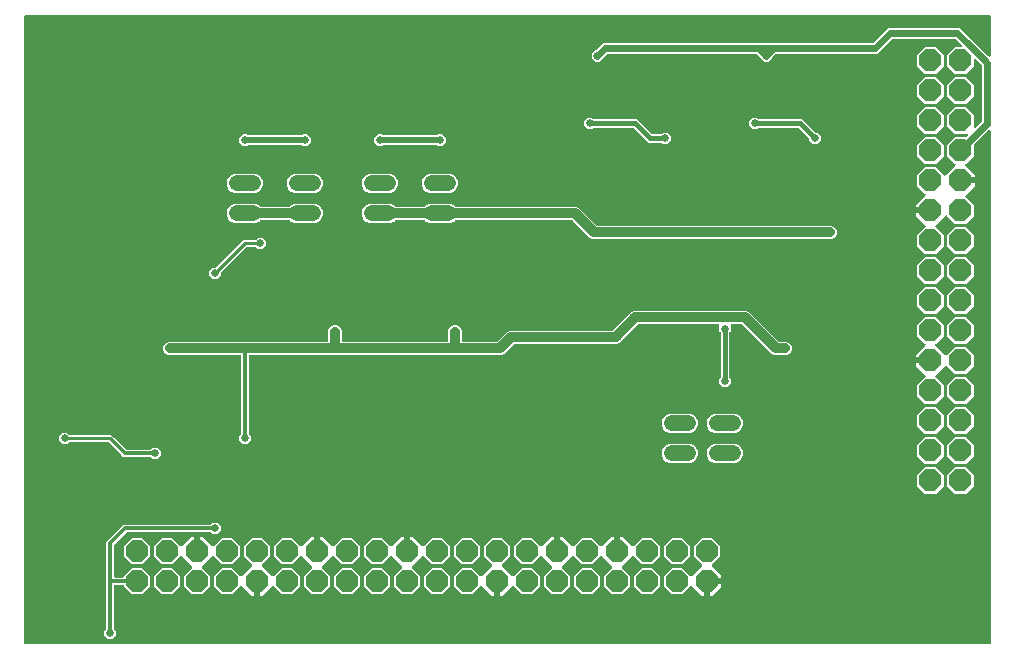
<source format=gbr>
G04 EAGLE Gerber RS-274X export*
G75*
%MOMM*%
%FSLAX34Y34*%
%LPD*%
%INBottom Copper*%
%IPPOS*%
%AMOC8*
5,1,8,0,0,1.08239X$1,22.5*%
G01*
%ADD10P,2.061953X8X22.500000*%
%ADD11P,2.061953X8X292.500000*%
%ADD12C,1.371600*%
%ADD13C,0.203200*%
%ADD14C,0.654800*%
%ADD15C,0.812800*%
%ADD16C,0.355600*%
%ADD17C,0.304800*%
%ADD18C,0.254000*%
%ADD19C,0.609600*%
%ADD20C,0.406400*%
%ADD21C,0.508000*%

G36*
X820792Y3572D02*
X820792Y3572D01*
X820911Y3579D01*
X820949Y3592D01*
X820990Y3597D01*
X821100Y3640D01*
X821213Y3677D01*
X821248Y3699D01*
X821285Y3714D01*
X821381Y3783D01*
X821482Y3847D01*
X821510Y3877D01*
X821543Y3900D01*
X821619Y3992D01*
X821700Y4079D01*
X821720Y4114D01*
X821745Y4145D01*
X821796Y4253D01*
X821854Y4357D01*
X821864Y4397D01*
X821881Y4433D01*
X821903Y4550D01*
X821933Y4665D01*
X821937Y4725D01*
X821941Y4745D01*
X821939Y4766D01*
X821943Y4826D01*
X821943Y437762D01*
X821926Y437900D01*
X821913Y438039D01*
X821906Y438058D01*
X821903Y438078D01*
X821852Y438207D01*
X821805Y438338D01*
X821794Y438355D01*
X821786Y438373D01*
X821705Y438486D01*
X821627Y438601D01*
X821611Y438614D01*
X821600Y438631D01*
X821492Y438719D01*
X821388Y438811D01*
X821370Y438821D01*
X821355Y438834D01*
X821229Y438893D01*
X821105Y438956D01*
X821085Y438961D01*
X821067Y438969D01*
X820931Y438995D01*
X820795Y439026D01*
X820774Y439025D01*
X820755Y439029D01*
X820616Y439020D01*
X820477Y439016D01*
X820457Y439010D01*
X820437Y439009D01*
X820305Y438966D01*
X820171Y438928D01*
X820154Y438917D01*
X820135Y438911D01*
X820017Y438837D01*
X819897Y438766D01*
X819876Y438748D01*
X819866Y438741D01*
X819852Y438726D01*
X819777Y438660D01*
X807711Y426595D01*
X807651Y426516D01*
X807583Y426444D01*
X807554Y426391D01*
X807517Y426343D01*
X807477Y426252D01*
X807429Y426166D01*
X807414Y426107D01*
X807390Y426052D01*
X807375Y425954D01*
X807350Y425858D01*
X807344Y425758D01*
X807340Y425737D01*
X807342Y425725D01*
X807340Y425697D01*
X807340Y417063D01*
X800749Y410472D01*
X800664Y410363D01*
X800575Y410256D01*
X800567Y410237D01*
X800554Y410221D01*
X800499Y410093D01*
X800440Y409968D01*
X800436Y409948D01*
X800428Y409929D01*
X800406Y409791D01*
X800380Y409655D01*
X800381Y409635D01*
X800378Y409615D01*
X800391Y409476D01*
X800400Y409338D01*
X800406Y409319D01*
X800408Y409299D01*
X800455Y409167D01*
X800498Y409036D01*
X800509Y409018D01*
X800515Y408999D01*
X800593Y408884D01*
X800668Y408767D01*
X800683Y408753D01*
X800694Y408736D01*
X800798Y408644D01*
X800899Y408549D01*
X800917Y408539D01*
X800932Y408526D01*
X801057Y408462D01*
X801178Y408395D01*
X801198Y408390D01*
X801209Y408385D01*
X808356Y401238D01*
X808356Y398779D01*
X797560Y398779D01*
X797442Y398764D01*
X797323Y398757D01*
X797285Y398744D01*
X797245Y398739D01*
X797134Y398696D01*
X797021Y398659D01*
X796987Y398637D01*
X796949Y398622D01*
X796853Y398552D01*
X796752Y398489D01*
X796724Y398459D01*
X796692Y398435D01*
X796616Y398344D01*
X796534Y398257D01*
X796515Y398222D01*
X796489Y398191D01*
X796438Y398083D01*
X796381Y397979D01*
X796370Y397939D01*
X796353Y397903D01*
X796331Y397786D01*
X796301Y397671D01*
X796297Y397610D01*
X796293Y397590D01*
X796295Y397570D01*
X796291Y397510D01*
X796291Y394970D01*
X796306Y394852D01*
X796313Y394733D01*
X796326Y394695D01*
X796331Y394654D01*
X796375Y394544D01*
X796411Y394431D01*
X796433Y394396D01*
X796448Y394359D01*
X796518Y394263D01*
X796581Y394162D01*
X796611Y394134D01*
X796635Y394101D01*
X796726Y394026D01*
X796813Y393944D01*
X796848Y393924D01*
X796880Y393899D01*
X796987Y393848D01*
X797092Y393790D01*
X797131Y393780D01*
X797167Y393763D01*
X797284Y393741D01*
X797399Y393711D01*
X797460Y393707D01*
X797480Y393703D01*
X797500Y393705D01*
X797560Y393701D01*
X808356Y393701D01*
X808356Y391242D01*
X801194Y384080D01*
X801071Y384036D01*
X801054Y384025D01*
X801035Y384017D01*
X800923Y383936D01*
X800808Y383858D01*
X800794Y383842D01*
X800778Y383831D01*
X800689Y383723D01*
X800597Y383619D01*
X800588Y383601D01*
X800575Y383586D01*
X800516Y383460D01*
X800453Y383336D01*
X800448Y383316D01*
X800440Y383298D01*
X800414Y383162D01*
X800383Y383026D01*
X800384Y383005D01*
X800380Y382986D01*
X800389Y382847D01*
X800393Y382708D01*
X800398Y382688D01*
X800400Y382668D01*
X800442Y382536D01*
X800481Y382402D01*
X800491Y382385D01*
X800498Y382366D01*
X800572Y382248D01*
X800643Y382128D01*
X800661Y382107D01*
X800668Y382097D01*
X800683Y382083D01*
X800749Y382008D01*
X807340Y375417D01*
X807340Y366263D01*
X800867Y359790D01*
X791713Y359790D01*
X785122Y366381D01*
X785013Y366466D01*
X784906Y366555D01*
X784887Y366563D01*
X784871Y366576D01*
X784743Y366631D01*
X784618Y366690D01*
X784598Y366694D01*
X784579Y366702D01*
X784441Y366724D01*
X784305Y366750D01*
X784285Y366749D01*
X784265Y366752D01*
X784126Y366739D01*
X783988Y366730D01*
X783969Y366724D01*
X783949Y366722D01*
X783817Y366675D01*
X783686Y366632D01*
X783668Y366621D01*
X783649Y366615D01*
X783534Y366537D01*
X783417Y366462D01*
X783403Y366447D01*
X783386Y366436D01*
X783294Y366332D01*
X783199Y366231D01*
X783189Y366213D01*
X783176Y366198D01*
X783112Y366073D01*
X783045Y365952D01*
X783040Y365932D01*
X783035Y365921D01*
X775794Y358680D01*
X775671Y358636D01*
X775654Y358625D01*
X775635Y358617D01*
X775523Y358536D01*
X775408Y358458D01*
X775394Y358442D01*
X775378Y358431D01*
X775289Y358323D01*
X775197Y358219D01*
X775188Y358201D01*
X775175Y358186D01*
X775116Y358060D01*
X775053Y357936D01*
X775048Y357916D01*
X775040Y357898D01*
X775014Y357762D01*
X774983Y357626D01*
X774984Y357605D01*
X774980Y357586D01*
X774989Y357447D01*
X774993Y357308D01*
X774998Y357288D01*
X775000Y357268D01*
X775042Y357136D01*
X775081Y357002D01*
X775091Y356985D01*
X775098Y356966D01*
X775172Y356848D01*
X775243Y356728D01*
X775261Y356707D01*
X775268Y356697D01*
X775283Y356683D01*
X775349Y356608D01*
X781940Y350017D01*
X781940Y340863D01*
X775467Y334390D01*
X766313Y334390D01*
X759840Y340863D01*
X759840Y350017D01*
X766431Y356608D01*
X766516Y356717D01*
X766605Y356824D01*
X766613Y356843D01*
X766626Y356859D01*
X766681Y356987D01*
X766740Y357112D01*
X766744Y357132D01*
X766752Y357151D01*
X766774Y357289D01*
X766800Y357425D01*
X766799Y357445D01*
X766802Y357465D01*
X766789Y357604D01*
X766780Y357742D01*
X766774Y357761D01*
X766772Y357781D01*
X766725Y357913D01*
X766682Y358044D01*
X766671Y358062D01*
X766665Y358081D01*
X766587Y358196D01*
X766512Y358313D01*
X766497Y358327D01*
X766486Y358344D01*
X766382Y358436D01*
X766281Y358531D01*
X766263Y358541D01*
X766248Y358554D01*
X766123Y358618D01*
X766002Y358685D01*
X765982Y358690D01*
X765971Y358695D01*
X758824Y365842D01*
X758824Y368301D01*
X769620Y368301D01*
X769738Y368316D01*
X769857Y368323D01*
X769895Y368336D01*
X769935Y368341D01*
X770046Y368384D01*
X770159Y368421D01*
X770193Y368443D01*
X770231Y368458D01*
X770327Y368528D01*
X770428Y368591D01*
X770456Y368621D01*
X770488Y368644D01*
X770564Y368736D01*
X770646Y368823D01*
X770665Y368858D01*
X770691Y368889D01*
X770742Y368997D01*
X770799Y369101D01*
X770810Y369141D01*
X770827Y369177D01*
X770849Y369294D01*
X770879Y369409D01*
X770883Y369470D01*
X770887Y369490D01*
X770885Y369510D01*
X770889Y369570D01*
X770889Y372110D01*
X770874Y372228D01*
X770867Y372347D01*
X770854Y372385D01*
X770849Y372425D01*
X770805Y372536D01*
X770769Y372649D01*
X770747Y372684D01*
X770732Y372721D01*
X770662Y372817D01*
X770599Y372918D01*
X770569Y372946D01*
X770545Y372979D01*
X770454Y373054D01*
X770367Y373136D01*
X770332Y373156D01*
X770300Y373181D01*
X770193Y373232D01*
X770088Y373290D01*
X770049Y373300D01*
X770013Y373317D01*
X769896Y373339D01*
X769781Y373369D01*
X769720Y373373D01*
X769700Y373377D01*
X769680Y373375D01*
X769620Y373379D01*
X758824Y373379D01*
X758824Y375838D01*
X765986Y383000D01*
X766109Y383044D01*
X766126Y383055D01*
X766145Y383063D01*
X766257Y383144D01*
X766372Y383222D01*
X766386Y383238D01*
X766402Y383249D01*
X766491Y383357D01*
X766583Y383461D01*
X766592Y383479D01*
X766605Y383494D01*
X766664Y383620D01*
X766727Y383744D01*
X766732Y383764D01*
X766740Y383782D01*
X766766Y383918D01*
X766797Y384054D01*
X766796Y384075D01*
X766800Y384094D01*
X766791Y384233D01*
X766787Y384372D01*
X766782Y384392D01*
X766780Y384412D01*
X766738Y384544D01*
X766699Y384678D01*
X766689Y384695D01*
X766682Y384714D01*
X766608Y384832D01*
X766537Y384952D01*
X766519Y384973D01*
X766512Y384983D01*
X766497Y384997D01*
X766431Y385072D01*
X759840Y391663D01*
X759840Y400817D01*
X766313Y407290D01*
X775467Y407290D01*
X782058Y400699D01*
X782167Y400614D01*
X782274Y400525D01*
X782293Y400517D01*
X782309Y400504D01*
X782437Y400449D01*
X782562Y400390D01*
X782582Y400386D01*
X782601Y400378D01*
X782739Y400356D01*
X782875Y400330D01*
X782895Y400331D01*
X782915Y400328D01*
X783054Y400341D01*
X783192Y400350D01*
X783211Y400356D01*
X783231Y400358D01*
X783363Y400405D01*
X783494Y400448D01*
X783512Y400459D01*
X783531Y400465D01*
X783646Y400543D01*
X783763Y400618D01*
X783777Y400633D01*
X783794Y400644D01*
X783886Y400748D01*
X783981Y400849D01*
X783991Y400867D01*
X784004Y400882D01*
X784068Y401007D01*
X784135Y401128D01*
X784140Y401148D01*
X784145Y401159D01*
X791386Y408400D01*
X791509Y408444D01*
X791526Y408455D01*
X791545Y408463D01*
X791657Y408544D01*
X791772Y408622D01*
X791786Y408638D01*
X791802Y408649D01*
X791891Y408757D01*
X791983Y408861D01*
X791992Y408879D01*
X792005Y408894D01*
X792064Y409020D01*
X792127Y409144D01*
X792132Y409164D01*
X792140Y409182D01*
X792166Y409318D01*
X792197Y409454D01*
X792196Y409475D01*
X792200Y409494D01*
X792191Y409633D01*
X792187Y409772D01*
X792182Y409792D01*
X792180Y409812D01*
X792138Y409944D01*
X792099Y410078D01*
X792089Y410095D01*
X792082Y410114D01*
X792008Y410232D01*
X791937Y410352D01*
X791919Y410373D01*
X791912Y410383D01*
X791897Y410397D01*
X791831Y410472D01*
X785240Y417063D01*
X785240Y426217D01*
X791713Y432690D01*
X800347Y432690D01*
X800445Y432702D01*
X800544Y432705D01*
X800603Y432722D01*
X800663Y432730D01*
X800755Y432766D01*
X800850Y432794D01*
X800902Y432824D01*
X800958Y432847D01*
X801038Y432905D01*
X801124Y432955D01*
X801199Y433021D01*
X801216Y433033D01*
X801224Y433043D01*
X801245Y433061D01*
X802007Y433824D01*
X802092Y433933D01*
X802181Y434040D01*
X802189Y434059D01*
X802202Y434075D01*
X802257Y434203D01*
X802316Y434328D01*
X802320Y434348D01*
X802328Y434367D01*
X802350Y434505D01*
X802376Y434641D01*
X802375Y434661D01*
X802378Y434681D01*
X802365Y434820D01*
X802356Y434958D01*
X802350Y434977D01*
X802348Y434997D01*
X802301Y435128D01*
X802258Y435260D01*
X802247Y435278D01*
X802240Y435297D01*
X802163Y435411D01*
X802088Y435529D01*
X802073Y435543D01*
X802062Y435560D01*
X801958Y435652D01*
X801856Y435747D01*
X801839Y435757D01*
X801823Y435770D01*
X801700Y435833D01*
X801578Y435901D01*
X801558Y435906D01*
X801540Y435915D01*
X801404Y435945D01*
X801270Y435980D01*
X801242Y435982D01*
X801230Y435985D01*
X801209Y435984D01*
X801109Y435990D01*
X791713Y435990D01*
X785240Y442463D01*
X785240Y451617D01*
X791713Y458090D01*
X800867Y458090D01*
X807340Y451617D01*
X807340Y442221D01*
X807357Y442083D01*
X807370Y441944D01*
X807377Y441925D01*
X807380Y441905D01*
X807431Y441776D01*
X807478Y441645D01*
X807489Y441628D01*
X807497Y441610D01*
X807578Y441497D01*
X807656Y441382D01*
X807672Y441369D01*
X807683Y441352D01*
X807791Y441263D01*
X807895Y441172D01*
X807913Y441162D01*
X807928Y441149D01*
X808054Y441090D01*
X808178Y441027D01*
X808198Y441022D01*
X808216Y441014D01*
X808352Y440988D01*
X808488Y440957D01*
X808509Y440958D01*
X808528Y440954D01*
X808667Y440963D01*
X808806Y440967D01*
X808826Y440973D01*
X808846Y440974D01*
X808978Y441017D01*
X809112Y441055D01*
X809129Y441066D01*
X809148Y441072D01*
X809266Y441146D01*
X809386Y441217D01*
X809407Y441235D01*
X809417Y441242D01*
X809431Y441257D01*
X809506Y441323D01*
X813952Y445768D01*
X814012Y445847D01*
X814080Y445919D01*
X814109Y445972D01*
X814146Y446020D01*
X814186Y446111D01*
X814234Y446197D01*
X814249Y446256D01*
X814273Y446311D01*
X814288Y446409D01*
X814313Y446505D01*
X814319Y446605D01*
X814323Y446626D01*
X814321Y446638D01*
X814323Y446666D01*
X814323Y493469D01*
X814311Y493567D01*
X814308Y493666D01*
X814291Y493724D01*
X814283Y493784D01*
X814247Y493876D01*
X814219Y493972D01*
X814189Y494024D01*
X814166Y494080D01*
X814108Y494160D01*
X814058Y494245D01*
X814015Y494294D01*
X814014Y494295D01*
X814012Y494297D01*
X813992Y494321D01*
X813980Y494337D01*
X813970Y494345D01*
X813952Y494366D01*
X809506Y498811D01*
X809397Y498897D01*
X809290Y498985D01*
X809271Y498994D01*
X809255Y499006D01*
X809127Y499062D01*
X809002Y499121D01*
X808982Y499125D01*
X808963Y499133D01*
X808825Y499155D01*
X808689Y499181D01*
X808669Y499179D01*
X808649Y499182D01*
X808510Y499169D01*
X808372Y499161D01*
X808353Y499155D01*
X808333Y499153D01*
X808201Y499105D01*
X808070Y499063D01*
X808052Y499052D01*
X808033Y499045D01*
X807918Y498967D01*
X807801Y498893D01*
X807787Y498878D01*
X807770Y498866D01*
X807678Y498762D01*
X807583Y498661D01*
X807573Y498643D01*
X807560Y498628D01*
X807496Y498504D01*
X807429Y498382D01*
X807424Y498363D01*
X807415Y498345D01*
X807385Y498209D01*
X807350Y498075D01*
X807348Y498046D01*
X807345Y498035D01*
X807346Y498014D01*
X807340Y497914D01*
X807340Y493263D01*
X800867Y486790D01*
X791713Y486790D01*
X785240Y493263D01*
X785240Y502417D01*
X791713Y508890D01*
X796029Y508890D01*
X796167Y508907D01*
X796306Y508920D01*
X796325Y508927D01*
X796345Y508930D01*
X796474Y508981D01*
X796605Y509028D01*
X796622Y509039D01*
X796640Y509047D01*
X796753Y509128D01*
X796868Y509206D01*
X796881Y509222D01*
X796898Y509233D01*
X796987Y509341D01*
X797078Y509445D01*
X797088Y509463D01*
X797101Y509478D01*
X797160Y509604D01*
X797223Y509728D01*
X797228Y509748D01*
X797236Y509766D01*
X797262Y509902D01*
X797293Y510038D01*
X797292Y510059D01*
X797296Y510078D01*
X797287Y510217D01*
X797283Y510356D01*
X797277Y510376D01*
X797276Y510396D01*
X797233Y510528D01*
X797195Y510662D01*
X797184Y510679D01*
X797178Y510698D01*
X797104Y510816D01*
X797033Y510936D01*
X797015Y510957D01*
X797008Y510967D01*
X796993Y510981D01*
X796927Y511056D01*
X792228Y515756D01*
X792149Y515816D01*
X792077Y515884D01*
X792024Y515913D01*
X791976Y515950D01*
X791885Y515990D01*
X791799Y516038D01*
X791740Y516053D01*
X791685Y516077D01*
X791587Y516092D01*
X791491Y516117D01*
X791391Y516123D01*
X791370Y516127D01*
X791358Y516125D01*
X791330Y516127D01*
X739020Y516127D01*
X738922Y516115D01*
X738823Y516112D01*
X738764Y516095D01*
X738704Y516087D01*
X738612Y516051D01*
X738517Y516023D01*
X738465Y515993D01*
X738409Y515970D01*
X738329Y515912D01*
X738243Y515862D01*
X738168Y515796D01*
X738151Y515784D01*
X738143Y515774D01*
X738122Y515756D01*
X725794Y503427D01*
X640595Y503427D01*
X640497Y503415D01*
X640398Y503412D01*
X640339Y503395D01*
X640279Y503387D01*
X640187Y503351D01*
X640092Y503323D01*
X640040Y503293D01*
X639984Y503270D01*
X639904Y503212D01*
X639818Y503162D01*
X639743Y503096D01*
X639726Y503084D01*
X639718Y503074D01*
X639697Y503056D01*
X636995Y500354D01*
X636935Y500275D01*
X636867Y500203D01*
X636838Y500150D01*
X636801Y500102D01*
X636761Y500011D01*
X636713Y499925D01*
X636698Y499866D01*
X636674Y499811D01*
X636659Y499713D01*
X636653Y499692D01*
X633813Y496851D01*
X629837Y496851D01*
X627001Y499688D01*
X626994Y499712D01*
X626986Y499772D01*
X626950Y499864D01*
X626922Y499959D01*
X626892Y500011D01*
X626869Y500067D01*
X626811Y500147D01*
X626761Y500233D01*
X626695Y500308D01*
X626683Y500325D01*
X626673Y500333D01*
X626655Y500354D01*
X623953Y503056D01*
X623874Y503116D01*
X623802Y503184D01*
X623749Y503213D01*
X623701Y503250D01*
X623610Y503290D01*
X623524Y503338D01*
X623465Y503353D01*
X623410Y503377D01*
X623312Y503392D01*
X623216Y503417D01*
X623116Y503423D01*
X623095Y503427D01*
X623083Y503425D01*
X623055Y503427D01*
X497720Y503427D01*
X497622Y503415D01*
X497523Y503412D01*
X497464Y503395D01*
X497404Y503387D01*
X497312Y503351D01*
X497217Y503323D01*
X497165Y503293D01*
X497109Y503270D01*
X497029Y503212D01*
X496943Y503162D01*
X496868Y503096D01*
X496851Y503084D01*
X496843Y503074D01*
X496822Y503056D01*
X494120Y500354D01*
X494060Y500275D01*
X493992Y500203D01*
X493963Y500150D01*
X493926Y500102D01*
X493886Y500011D01*
X493838Y499925D01*
X493823Y499866D01*
X493799Y499811D01*
X493784Y499713D01*
X493778Y499692D01*
X490938Y496851D01*
X486962Y496851D01*
X484151Y499662D01*
X484151Y503638D01*
X486988Y506474D01*
X487012Y506481D01*
X487072Y506489D01*
X487164Y506525D01*
X487259Y506553D01*
X487311Y506583D01*
X487367Y506606D01*
X487447Y506664D01*
X487533Y506714D01*
X487608Y506780D01*
X487625Y506792D01*
X487633Y506802D01*
X487654Y506820D01*
X490356Y509522D01*
X493406Y512573D01*
X721480Y512573D01*
X721578Y512585D01*
X721677Y512588D01*
X721736Y512605D01*
X721796Y512613D01*
X721888Y512649D01*
X721983Y512677D01*
X722035Y512707D01*
X722091Y512730D01*
X722171Y512788D01*
X722257Y512838D01*
X722332Y512904D01*
X722349Y512916D01*
X722357Y512926D01*
X722378Y512944D01*
X734706Y525273D01*
X795644Y525273D01*
X798694Y522223D01*
X798694Y522222D01*
X803527Y517389D01*
X803606Y517329D01*
X803678Y517261D01*
X803731Y517232D01*
X803779Y517195D01*
X803870Y517155D01*
X803956Y517107D01*
X804015Y517092D01*
X804070Y517068D01*
X804168Y517053D01*
X804209Y517042D01*
X819777Y501475D01*
X819886Y501390D01*
X819993Y501301D01*
X820012Y501292D01*
X820028Y501280D01*
X820156Y501225D01*
X820281Y501165D01*
X820301Y501162D01*
X820320Y501154D01*
X820458Y501132D01*
X820594Y501106D01*
X820614Y501107D01*
X820634Y501104D01*
X820773Y501117D01*
X820911Y501125D01*
X820930Y501132D01*
X820950Y501134D01*
X821082Y501181D01*
X821213Y501223D01*
X821231Y501234D01*
X821250Y501241D01*
X821365Y501319D01*
X821482Y501394D01*
X821496Y501408D01*
X821513Y501420D01*
X821605Y501524D01*
X821700Y501625D01*
X821710Y501643D01*
X821723Y501658D01*
X821787Y501782D01*
X821854Y501904D01*
X821859Y501923D01*
X821868Y501941D01*
X821898Y502077D01*
X821933Y502212D01*
X821935Y502240D01*
X821938Y502252D01*
X821937Y502272D01*
X821943Y502372D01*
X821943Y534924D01*
X821928Y535042D01*
X821921Y535161D01*
X821908Y535199D01*
X821903Y535240D01*
X821860Y535350D01*
X821823Y535463D01*
X821801Y535498D01*
X821786Y535535D01*
X821717Y535631D01*
X821653Y535732D01*
X821623Y535760D01*
X821600Y535793D01*
X821508Y535869D01*
X821421Y535950D01*
X821386Y535970D01*
X821355Y535995D01*
X821247Y536046D01*
X821143Y536104D01*
X821103Y536114D01*
X821067Y536131D01*
X820950Y536153D01*
X820835Y536183D01*
X820775Y536187D01*
X820755Y536191D01*
X820734Y536189D01*
X820674Y536193D01*
X4826Y536193D01*
X4708Y536178D01*
X4589Y536171D01*
X4551Y536158D01*
X4510Y536153D01*
X4400Y536110D01*
X4287Y536073D01*
X4252Y536051D01*
X4215Y536036D01*
X4119Y535967D01*
X4018Y535903D01*
X3990Y535873D01*
X3957Y535850D01*
X3881Y535758D01*
X3800Y535671D01*
X3780Y535636D01*
X3755Y535605D01*
X3704Y535497D01*
X3646Y535393D01*
X3636Y535353D01*
X3619Y535317D01*
X3597Y535200D01*
X3567Y535085D01*
X3563Y535025D01*
X3559Y535005D01*
X3561Y534984D01*
X3557Y534924D01*
X3557Y4826D01*
X3572Y4708D01*
X3579Y4589D01*
X3592Y4551D01*
X3597Y4510D01*
X3640Y4400D01*
X3677Y4287D01*
X3699Y4252D01*
X3714Y4215D01*
X3783Y4119D01*
X3847Y4018D01*
X3877Y3990D01*
X3900Y3957D01*
X3992Y3881D01*
X4079Y3800D01*
X4114Y3780D01*
X4145Y3755D01*
X4253Y3704D01*
X4357Y3646D01*
X4397Y3636D01*
X4433Y3619D01*
X4550Y3597D01*
X4665Y3567D01*
X4725Y3563D01*
X4745Y3559D01*
X4766Y3561D01*
X4826Y3557D01*
X820674Y3557D01*
X820792Y3572D01*
G37*
%LPC*%
G36*
X188512Y173001D02*
X188512Y173001D01*
X185701Y175812D01*
X185701Y179788D01*
X187080Y181166D01*
X187140Y181244D01*
X187208Y181316D01*
X187237Y181369D01*
X187274Y181417D01*
X187314Y181508D01*
X187362Y181595D01*
X187377Y181653D01*
X187401Y181709D01*
X187416Y181807D01*
X187441Y181903D01*
X187447Y182003D01*
X187451Y182023D01*
X187449Y182035D01*
X187451Y182063D01*
X187451Y247142D01*
X187436Y247260D01*
X187429Y247379D01*
X187416Y247417D01*
X187411Y247458D01*
X187368Y247568D01*
X187331Y247681D01*
X187309Y247716D01*
X187294Y247753D01*
X187225Y247849D01*
X187161Y247950D01*
X187131Y247978D01*
X187108Y248011D01*
X187016Y248087D01*
X186929Y248168D01*
X186894Y248188D01*
X186863Y248213D01*
X186755Y248264D01*
X186651Y248322D01*
X186611Y248332D01*
X186575Y248349D01*
X186458Y248371D01*
X186343Y248401D01*
X186283Y248405D01*
X186263Y248409D01*
X186242Y248407D01*
X186182Y248411D01*
X125888Y248411D01*
X123834Y249262D01*
X122262Y250834D01*
X121411Y252888D01*
X121411Y255112D01*
X122262Y257166D01*
X123834Y258738D01*
X125888Y259589D01*
X259842Y259589D01*
X259960Y259604D01*
X260079Y259611D01*
X260117Y259624D01*
X260158Y259629D01*
X260268Y259672D01*
X260381Y259709D01*
X260416Y259731D01*
X260453Y259746D01*
X260549Y259815D01*
X260650Y259879D01*
X260678Y259909D01*
X260711Y259932D01*
X260787Y260024D01*
X260868Y260111D01*
X260888Y260146D01*
X260913Y260177D01*
X260964Y260285D01*
X261022Y260389D01*
X261032Y260429D01*
X261049Y260465D01*
X261071Y260582D01*
X261101Y260697D01*
X261105Y260757D01*
X261109Y260777D01*
X261107Y260798D01*
X261111Y260858D01*
X261111Y269112D01*
X261962Y271166D01*
X263534Y272738D01*
X265588Y273589D01*
X267812Y273589D01*
X269866Y272738D01*
X271438Y271166D01*
X272289Y269112D01*
X272289Y260858D01*
X272304Y260740D01*
X272311Y260621D01*
X272324Y260583D01*
X272329Y260542D01*
X272372Y260432D01*
X272409Y260319D01*
X272431Y260284D01*
X272446Y260247D01*
X272515Y260151D01*
X272579Y260050D01*
X272609Y260022D01*
X272632Y259989D01*
X272724Y259913D01*
X272811Y259832D01*
X272846Y259812D01*
X272877Y259787D01*
X272985Y259736D01*
X273089Y259678D01*
X273129Y259668D01*
X273165Y259651D01*
X273282Y259629D01*
X273397Y259599D01*
X273457Y259595D01*
X273477Y259591D01*
X273498Y259593D01*
X273558Y259589D01*
X361442Y259589D01*
X361560Y259604D01*
X361679Y259611D01*
X361717Y259624D01*
X361758Y259629D01*
X361868Y259672D01*
X361981Y259709D01*
X362016Y259731D01*
X362053Y259746D01*
X362149Y259815D01*
X362250Y259879D01*
X362278Y259909D01*
X362311Y259932D01*
X362387Y260024D01*
X362468Y260111D01*
X362488Y260146D01*
X362513Y260177D01*
X362564Y260285D01*
X362622Y260389D01*
X362632Y260429D01*
X362649Y260465D01*
X362671Y260582D01*
X362701Y260697D01*
X362705Y260757D01*
X362709Y260777D01*
X362707Y260798D01*
X362711Y260858D01*
X362711Y269112D01*
X363562Y271166D01*
X365134Y272738D01*
X367188Y273589D01*
X369412Y273589D01*
X371466Y272738D01*
X373038Y271166D01*
X373889Y269112D01*
X373889Y260858D01*
X373904Y260740D01*
X373911Y260621D01*
X373924Y260583D01*
X373929Y260542D01*
X373972Y260432D01*
X374009Y260319D01*
X374031Y260284D01*
X374046Y260247D01*
X374115Y260151D01*
X374179Y260050D01*
X374209Y260022D01*
X374232Y259989D01*
X374324Y259913D01*
X374411Y259832D01*
X374446Y259812D01*
X374477Y259787D01*
X374585Y259736D01*
X374689Y259678D01*
X374729Y259668D01*
X374765Y259651D01*
X374882Y259629D01*
X374997Y259599D01*
X375057Y259595D01*
X375077Y259591D01*
X375098Y259593D01*
X375158Y259589D01*
X403559Y259589D01*
X403658Y259601D01*
X403757Y259604D01*
X403815Y259621D01*
X403875Y259629D01*
X403967Y259665D01*
X404062Y259693D01*
X404114Y259723D01*
X404171Y259746D01*
X404251Y259804D01*
X404336Y259854D01*
X404411Y259920D01*
X404428Y259932D01*
X404436Y259942D01*
X404457Y259960D01*
X412759Y268263D01*
X414813Y269114D01*
X501426Y269114D01*
X501525Y269126D01*
X501624Y269129D01*
X501682Y269146D01*
X501742Y269154D01*
X501834Y269190D01*
X501929Y269218D01*
X501981Y269248D01*
X502038Y269271D01*
X502118Y269329D01*
X502203Y269379D01*
X502278Y269445D01*
X502295Y269457D01*
X502303Y269467D01*
X502324Y269485D01*
X517834Y284996D01*
X519888Y285847D01*
X614593Y285847D01*
X616647Y284996D01*
X641682Y259960D01*
X641761Y259900D01*
X641833Y259832D01*
X641886Y259803D01*
X641934Y259766D01*
X642025Y259726D01*
X642111Y259678D01*
X642170Y259663D01*
X642225Y259639D01*
X642323Y259624D01*
X642419Y259599D01*
X642519Y259593D01*
X642540Y259589D01*
X642552Y259591D01*
X642580Y259589D01*
X648812Y259589D01*
X650866Y258738D01*
X652438Y257166D01*
X653289Y255112D01*
X653289Y252888D01*
X652438Y250834D01*
X650866Y249262D01*
X648812Y248411D01*
X638627Y248411D01*
X636573Y249262D01*
X611538Y274298D01*
X611460Y274358D01*
X611388Y274426D01*
X611335Y274455D01*
X611287Y274492D01*
X611196Y274532D01*
X611109Y274580D01*
X611051Y274595D01*
X610995Y274619D01*
X610897Y274634D01*
X610801Y274659D01*
X610701Y274665D01*
X610681Y274669D01*
X610669Y274667D01*
X610641Y274669D01*
X602968Y274669D01*
X602850Y274654D01*
X602731Y274647D01*
X602693Y274634D01*
X602652Y274629D01*
X602542Y274586D01*
X602429Y274549D01*
X602394Y274527D01*
X602357Y274512D01*
X602261Y274443D01*
X602160Y274379D01*
X602132Y274349D01*
X602099Y274326D01*
X602023Y274234D01*
X601942Y274147D01*
X601922Y274112D01*
X601897Y274081D01*
X601846Y273973D01*
X601788Y273869D01*
X601778Y273829D01*
X601761Y273793D01*
X601739Y273676D01*
X601709Y273561D01*
X601705Y273501D01*
X601701Y273481D01*
X601703Y273460D01*
X601699Y273400D01*
X601699Y268900D01*
X600828Y268030D01*
X600768Y267952D01*
X600700Y267880D01*
X600671Y267827D01*
X600634Y267779D01*
X600594Y267688D01*
X600546Y267601D01*
X600531Y267543D01*
X600507Y267487D01*
X600492Y267389D01*
X600467Y267293D01*
X600461Y267193D01*
X600457Y267173D01*
X600459Y267161D01*
X600457Y267133D01*
X600457Y230097D01*
X600469Y229999D01*
X600472Y229900D01*
X600489Y229842D01*
X600497Y229782D01*
X600533Y229690D01*
X600561Y229595D01*
X600591Y229543D01*
X600614Y229486D01*
X600672Y229406D01*
X600722Y229321D01*
X600788Y229245D01*
X600800Y229229D01*
X600810Y229221D01*
X600828Y229200D01*
X601699Y228330D01*
X601699Y224354D01*
X598888Y221543D01*
X594912Y221543D01*
X592101Y224354D01*
X592101Y228330D01*
X592972Y229200D01*
X593032Y229278D01*
X593100Y229350D01*
X593129Y229403D01*
X593166Y229451D01*
X593206Y229542D01*
X593254Y229629D01*
X593269Y229687D01*
X593293Y229743D01*
X593308Y229841D01*
X593333Y229937D01*
X593339Y230037D01*
X593343Y230057D01*
X593341Y230069D01*
X593343Y230097D01*
X593343Y267133D01*
X593331Y267231D01*
X593328Y267330D01*
X593311Y267388D01*
X593303Y267448D01*
X593267Y267540D01*
X593239Y267635D01*
X593209Y267687D01*
X593186Y267744D01*
X593128Y267824D01*
X593078Y267909D01*
X593012Y267985D01*
X593000Y268001D01*
X592990Y268009D01*
X592972Y268030D01*
X592101Y268900D01*
X592101Y273400D01*
X592086Y273518D01*
X592079Y273637D01*
X592066Y273675D01*
X592061Y273716D01*
X592018Y273826D01*
X591981Y273939D01*
X591959Y273974D01*
X591944Y274011D01*
X591875Y274107D01*
X591811Y274208D01*
X591781Y274236D01*
X591758Y274269D01*
X591666Y274345D01*
X591579Y274426D01*
X591544Y274446D01*
X591513Y274471D01*
X591405Y274522D01*
X591301Y274580D01*
X591261Y274590D01*
X591225Y274607D01*
X591108Y274629D01*
X590993Y274659D01*
X590933Y274663D01*
X590913Y274667D01*
X590892Y274665D01*
X590832Y274669D01*
X523841Y274669D01*
X523743Y274657D01*
X523644Y274654D01*
X523585Y274637D01*
X523525Y274629D01*
X523433Y274593D01*
X523338Y274565D01*
X523286Y274535D01*
X523230Y274512D01*
X523149Y274454D01*
X523064Y274404D01*
X522989Y274338D01*
X522972Y274326D01*
X522964Y274316D01*
X522943Y274298D01*
X507433Y258787D01*
X505379Y257936D01*
X418766Y257936D01*
X418667Y257924D01*
X418568Y257921D01*
X418510Y257904D01*
X418450Y257896D01*
X418358Y257860D01*
X418263Y257832D01*
X418211Y257802D01*
X418154Y257779D01*
X418074Y257721D01*
X417989Y257671D01*
X417914Y257605D01*
X417897Y257593D01*
X417889Y257583D01*
X417868Y257565D01*
X409566Y249262D01*
X407512Y248411D01*
X194818Y248411D01*
X194700Y248396D01*
X194581Y248389D01*
X194543Y248376D01*
X194502Y248371D01*
X194392Y248328D01*
X194279Y248291D01*
X194244Y248269D01*
X194207Y248254D01*
X194111Y248185D01*
X194010Y248121D01*
X193982Y248091D01*
X193949Y248068D01*
X193873Y247976D01*
X193792Y247889D01*
X193772Y247854D01*
X193747Y247823D01*
X193696Y247715D01*
X193638Y247611D01*
X193628Y247571D01*
X193611Y247535D01*
X193589Y247418D01*
X193559Y247303D01*
X193555Y247243D01*
X193551Y247223D01*
X193553Y247202D01*
X193549Y247142D01*
X193549Y182063D01*
X193561Y181965D01*
X193564Y181866D01*
X193581Y181808D01*
X193589Y181748D01*
X193625Y181656D01*
X193653Y181561D01*
X193683Y181509D01*
X193706Y181452D01*
X193764Y181372D01*
X193814Y181287D01*
X193880Y181211D01*
X193892Y181195D01*
X193902Y181187D01*
X193920Y181166D01*
X195299Y179788D01*
X195299Y175812D01*
X192488Y173001D01*
X188512Y173001D01*
G37*
%LPD*%
%LPC*%
G36*
X484688Y346811D02*
X484688Y346811D01*
X482634Y347662D01*
X467957Y362340D01*
X467879Y362400D01*
X467806Y362468D01*
X467753Y362497D01*
X467706Y362534D01*
X467615Y362574D01*
X467528Y362622D01*
X467469Y362637D01*
X467414Y362661D01*
X467316Y362676D01*
X467220Y362701D01*
X467120Y362707D01*
X467100Y362711D01*
X467087Y362709D01*
X467059Y362711D01*
X369250Y362711D01*
X369152Y362699D01*
X369053Y362696D01*
X368994Y362679D01*
X368934Y362671D01*
X368842Y362635D01*
X368747Y362607D01*
X368695Y362577D01*
X368639Y362554D01*
X368559Y362496D01*
X368473Y362446D01*
X368398Y362380D01*
X368381Y362368D01*
X368374Y362358D01*
X368352Y362340D01*
X367206Y361193D01*
X364125Y359917D01*
X347075Y359917D01*
X343994Y361193D01*
X342848Y362340D01*
X342769Y362400D01*
X342697Y362468D01*
X342644Y362497D01*
X342596Y362534D01*
X342505Y362574D01*
X342419Y362622D01*
X342360Y362637D01*
X342304Y362661D01*
X342206Y362676D01*
X342111Y362701D01*
X342011Y362707D01*
X341990Y362711D01*
X341978Y362709D01*
X341950Y362711D01*
X318450Y362711D01*
X318352Y362699D01*
X318253Y362696D01*
X318195Y362679D01*
X318134Y362671D01*
X318042Y362635D01*
X317947Y362607D01*
X317895Y362577D01*
X317839Y362554D01*
X317759Y362496D01*
X317673Y362446D01*
X317598Y362380D01*
X317581Y362368D01*
X317574Y362358D01*
X317552Y362340D01*
X316406Y361193D01*
X313325Y359917D01*
X296275Y359917D01*
X293194Y361193D01*
X290835Y363552D01*
X289559Y366633D01*
X289559Y369967D01*
X290835Y373048D01*
X293194Y375407D01*
X296275Y376683D01*
X313325Y376683D01*
X316406Y375407D01*
X317552Y374260D01*
X317631Y374200D01*
X317703Y374132D01*
X317756Y374103D01*
X317804Y374066D01*
X317895Y374026D01*
X317981Y373978D01*
X318040Y373963D01*
X318096Y373939D01*
X318194Y373924D01*
X318289Y373899D01*
X318389Y373893D01*
X318410Y373889D01*
X318422Y373891D01*
X318450Y373889D01*
X341950Y373889D01*
X342048Y373901D01*
X342147Y373904D01*
X342206Y373921D01*
X342266Y373929D01*
X342358Y373965D01*
X342453Y373993D01*
X342505Y374023D01*
X342561Y374046D01*
X342641Y374104D01*
X342727Y374154D01*
X342802Y374220D01*
X342819Y374232D01*
X342826Y374242D01*
X342848Y374260D01*
X343994Y375407D01*
X347075Y376683D01*
X364125Y376683D01*
X367206Y375407D01*
X368352Y374260D01*
X368431Y374200D01*
X368503Y374132D01*
X368556Y374103D01*
X368604Y374066D01*
X368695Y374026D01*
X368781Y373978D01*
X368840Y373963D01*
X368896Y373939D01*
X368994Y373924D01*
X369089Y373899D01*
X369189Y373893D01*
X369210Y373889D01*
X369222Y373891D01*
X369250Y373889D01*
X471012Y373889D01*
X473066Y373038D01*
X487743Y358360D01*
X487821Y358300D01*
X487894Y358232D01*
X487947Y358203D01*
X487994Y358166D01*
X488085Y358126D01*
X488172Y358078D01*
X488231Y358063D01*
X488286Y358039D01*
X488384Y358024D01*
X488480Y357999D01*
X488580Y357993D01*
X488600Y357989D01*
X488613Y357991D01*
X488641Y357989D01*
X686912Y357989D01*
X688966Y357138D01*
X690538Y355566D01*
X691389Y353512D01*
X691389Y351288D01*
X690538Y349234D01*
X688966Y347662D01*
X686912Y346811D01*
X484688Y346811D01*
G37*
%LPD*%
%LPC*%
G36*
X450083Y45846D02*
X450083Y45846D01*
X443610Y52319D01*
X443610Y61473D01*
X450201Y68064D01*
X450286Y68173D01*
X450375Y68280D01*
X450383Y68299D01*
X450396Y68315D01*
X450451Y68443D01*
X450510Y68568D01*
X450514Y68588D01*
X450522Y68607D01*
X450544Y68745D01*
X450570Y68881D01*
X450569Y68901D01*
X450572Y68921D01*
X450559Y69060D01*
X450550Y69198D01*
X450544Y69217D01*
X450542Y69237D01*
X450495Y69369D01*
X450452Y69500D01*
X450441Y69518D01*
X450435Y69537D01*
X450357Y69652D01*
X450282Y69769D01*
X450267Y69783D01*
X450256Y69800D01*
X450152Y69892D01*
X450051Y69987D01*
X450033Y69997D01*
X450018Y70010D01*
X449893Y70074D01*
X449772Y70141D01*
X449752Y70146D01*
X449741Y70151D01*
X442500Y77392D01*
X442456Y77515D01*
X442445Y77532D01*
X442437Y77551D01*
X442356Y77663D01*
X442278Y77778D01*
X442262Y77792D01*
X442251Y77808D01*
X442143Y77897D01*
X442039Y77989D01*
X442021Y77998D01*
X442006Y78011D01*
X441880Y78070D01*
X441756Y78133D01*
X441736Y78138D01*
X441718Y78146D01*
X441582Y78172D01*
X441446Y78203D01*
X441425Y78202D01*
X441406Y78206D01*
X441267Y78197D01*
X441128Y78193D01*
X441108Y78188D01*
X441088Y78186D01*
X440956Y78144D01*
X440822Y78105D01*
X440805Y78095D01*
X440786Y78088D01*
X440668Y78014D01*
X440548Y77943D01*
X440527Y77925D01*
X440517Y77918D01*
X440503Y77903D01*
X440428Y77837D01*
X433837Y71246D01*
X424683Y71246D01*
X418210Y77719D01*
X418210Y86873D01*
X424683Y93346D01*
X433837Y93346D01*
X440428Y86755D01*
X440537Y86670D01*
X440644Y86581D01*
X440663Y86573D01*
X440679Y86560D01*
X440807Y86505D01*
X440932Y86446D01*
X440952Y86442D01*
X440971Y86434D01*
X441109Y86412D01*
X441245Y86386D01*
X441265Y86387D01*
X441285Y86384D01*
X441424Y86397D01*
X441562Y86406D01*
X441581Y86412D01*
X441601Y86414D01*
X441733Y86461D01*
X441864Y86504D01*
X441882Y86515D01*
X441901Y86521D01*
X442016Y86599D01*
X442133Y86674D01*
X442147Y86689D01*
X442164Y86700D01*
X442256Y86804D01*
X442351Y86905D01*
X442361Y86923D01*
X442374Y86938D01*
X442438Y87063D01*
X442505Y87184D01*
X442510Y87204D01*
X442515Y87215D01*
X449662Y94362D01*
X452121Y94362D01*
X452121Y83566D01*
X452136Y83448D01*
X452143Y83329D01*
X452156Y83291D01*
X452161Y83251D01*
X452204Y83140D01*
X452241Y83027D01*
X452263Y82993D01*
X452278Y82955D01*
X452348Y82859D01*
X452411Y82758D01*
X452441Y82730D01*
X452464Y82698D01*
X452556Y82622D01*
X452643Y82540D01*
X452678Y82521D01*
X452709Y82495D01*
X452817Y82444D01*
X452921Y82387D01*
X452961Y82376D01*
X452997Y82359D01*
X453114Y82337D01*
X453229Y82307D01*
X453290Y82303D01*
X453310Y82299D01*
X453330Y82301D01*
X453390Y82297D01*
X455930Y82297D01*
X456048Y82312D01*
X456167Y82319D01*
X456205Y82332D01*
X456245Y82337D01*
X456356Y82381D01*
X456469Y82417D01*
X456504Y82439D01*
X456541Y82454D01*
X456637Y82524D01*
X456738Y82587D01*
X456766Y82617D01*
X456799Y82641D01*
X456874Y82732D01*
X456956Y82819D01*
X456976Y82854D01*
X457001Y82886D01*
X457052Y82993D01*
X457110Y83098D01*
X457120Y83137D01*
X457137Y83173D01*
X457159Y83290D01*
X457189Y83405D01*
X457193Y83466D01*
X457197Y83486D01*
X457195Y83506D01*
X457199Y83566D01*
X457199Y94362D01*
X459658Y94362D01*
X466820Y87200D01*
X466864Y87077D01*
X466875Y87060D01*
X466883Y87041D01*
X466964Y86929D01*
X467042Y86814D01*
X467058Y86800D01*
X467069Y86784D01*
X467177Y86695D01*
X467281Y86603D01*
X467299Y86594D01*
X467314Y86581D01*
X467440Y86522D01*
X467564Y86459D01*
X467584Y86454D01*
X467602Y86446D01*
X467738Y86420D01*
X467874Y86389D01*
X467895Y86390D01*
X467914Y86386D01*
X468053Y86395D01*
X468192Y86399D01*
X468212Y86404D01*
X468232Y86406D01*
X468364Y86448D01*
X468498Y86487D01*
X468515Y86497D01*
X468534Y86504D01*
X468652Y86578D01*
X468772Y86649D01*
X468793Y86667D01*
X468803Y86674D01*
X468817Y86689D01*
X468892Y86755D01*
X475483Y93346D01*
X484637Y93346D01*
X491228Y86755D01*
X491337Y86670D01*
X491444Y86581D01*
X491463Y86573D01*
X491479Y86560D01*
X491607Y86505D01*
X491732Y86446D01*
X491752Y86442D01*
X491771Y86434D01*
X491909Y86412D01*
X492045Y86386D01*
X492065Y86387D01*
X492085Y86384D01*
X492224Y86397D01*
X492362Y86406D01*
X492381Y86412D01*
X492401Y86414D01*
X492533Y86461D01*
X492664Y86504D01*
X492682Y86515D01*
X492701Y86521D01*
X492816Y86599D01*
X492933Y86674D01*
X492947Y86689D01*
X492964Y86700D01*
X493056Y86804D01*
X493151Y86905D01*
X493161Y86923D01*
X493174Y86938D01*
X493238Y87063D01*
X493305Y87184D01*
X493310Y87204D01*
X493315Y87215D01*
X500462Y94362D01*
X502921Y94362D01*
X502921Y83566D01*
X502936Y83448D01*
X502943Y83329D01*
X502956Y83291D01*
X502961Y83251D01*
X503004Y83140D01*
X503041Y83027D01*
X503063Y82993D01*
X503078Y82955D01*
X503148Y82859D01*
X503211Y82758D01*
X503241Y82730D01*
X503264Y82698D01*
X503356Y82622D01*
X503443Y82540D01*
X503478Y82521D01*
X503509Y82495D01*
X503617Y82444D01*
X503721Y82387D01*
X503761Y82376D01*
X503797Y82359D01*
X503914Y82337D01*
X504029Y82307D01*
X504090Y82303D01*
X504110Y82299D01*
X504130Y82301D01*
X504190Y82297D01*
X506730Y82297D01*
X506848Y82312D01*
X506967Y82319D01*
X507005Y82332D01*
X507045Y82337D01*
X507156Y82381D01*
X507269Y82417D01*
X507304Y82439D01*
X507341Y82454D01*
X507437Y82524D01*
X507538Y82587D01*
X507566Y82617D01*
X507599Y82641D01*
X507674Y82732D01*
X507756Y82819D01*
X507776Y82854D01*
X507801Y82886D01*
X507852Y82993D01*
X507910Y83098D01*
X507920Y83137D01*
X507937Y83173D01*
X507959Y83290D01*
X507989Y83405D01*
X507993Y83466D01*
X507997Y83486D01*
X507995Y83506D01*
X507999Y83566D01*
X507999Y94362D01*
X510458Y94362D01*
X517620Y87200D01*
X517664Y87077D01*
X517675Y87060D01*
X517683Y87041D01*
X517764Y86929D01*
X517842Y86814D01*
X517858Y86800D01*
X517869Y86784D01*
X517977Y86695D01*
X518081Y86603D01*
X518099Y86594D01*
X518114Y86581D01*
X518240Y86522D01*
X518364Y86459D01*
X518384Y86454D01*
X518402Y86446D01*
X518538Y86420D01*
X518674Y86389D01*
X518695Y86390D01*
X518714Y86386D01*
X518853Y86395D01*
X518992Y86399D01*
X519012Y86404D01*
X519032Y86406D01*
X519164Y86448D01*
X519298Y86487D01*
X519315Y86497D01*
X519334Y86504D01*
X519452Y86578D01*
X519572Y86649D01*
X519593Y86667D01*
X519603Y86674D01*
X519617Y86689D01*
X519692Y86755D01*
X526283Y93346D01*
X535437Y93346D01*
X541910Y86873D01*
X541910Y77719D01*
X535437Y71246D01*
X526283Y71246D01*
X519692Y77837D01*
X519583Y77922D01*
X519476Y78011D01*
X519457Y78019D01*
X519441Y78032D01*
X519313Y78087D01*
X519188Y78146D01*
X519168Y78150D01*
X519149Y78158D01*
X519011Y78180D01*
X518875Y78206D01*
X518855Y78205D01*
X518835Y78208D01*
X518696Y78195D01*
X518558Y78186D01*
X518539Y78180D01*
X518519Y78178D01*
X518387Y78131D01*
X518256Y78088D01*
X518238Y78077D01*
X518219Y78071D01*
X518104Y77993D01*
X517987Y77918D01*
X517973Y77903D01*
X517956Y77892D01*
X517864Y77788D01*
X517769Y77687D01*
X517759Y77669D01*
X517746Y77654D01*
X517682Y77529D01*
X517615Y77408D01*
X517610Y77388D01*
X517605Y77377D01*
X510364Y70136D01*
X510241Y70092D01*
X510224Y70081D01*
X510205Y70073D01*
X510093Y69992D01*
X509978Y69914D01*
X509964Y69898D01*
X509948Y69887D01*
X509859Y69779D01*
X509767Y69675D01*
X509758Y69657D01*
X509745Y69642D01*
X509686Y69516D01*
X509623Y69392D01*
X509618Y69372D01*
X509610Y69354D01*
X509584Y69218D01*
X509553Y69082D01*
X509554Y69061D01*
X509550Y69042D01*
X509559Y68903D01*
X509563Y68764D01*
X509568Y68744D01*
X509570Y68724D01*
X509612Y68592D01*
X509651Y68458D01*
X509661Y68441D01*
X509668Y68422D01*
X509742Y68304D01*
X509813Y68184D01*
X509831Y68163D01*
X509838Y68153D01*
X509853Y68139D01*
X509919Y68064D01*
X516510Y61473D01*
X516510Y52319D01*
X510037Y45846D01*
X500883Y45846D01*
X494410Y52319D01*
X494410Y61473D01*
X501001Y68064D01*
X501086Y68173D01*
X501175Y68280D01*
X501183Y68299D01*
X501196Y68315D01*
X501251Y68443D01*
X501310Y68568D01*
X501314Y68588D01*
X501322Y68607D01*
X501344Y68745D01*
X501370Y68881D01*
X501369Y68901D01*
X501372Y68921D01*
X501359Y69060D01*
X501350Y69198D01*
X501344Y69217D01*
X501342Y69237D01*
X501295Y69369D01*
X501252Y69500D01*
X501241Y69518D01*
X501235Y69537D01*
X501157Y69652D01*
X501082Y69769D01*
X501067Y69783D01*
X501056Y69800D01*
X500952Y69892D01*
X500851Y69987D01*
X500833Y69997D01*
X500818Y70010D01*
X500693Y70074D01*
X500572Y70141D01*
X500552Y70146D01*
X500541Y70151D01*
X493300Y77392D01*
X493256Y77515D01*
X493245Y77532D01*
X493237Y77551D01*
X493156Y77663D01*
X493078Y77778D01*
X493062Y77792D01*
X493051Y77808D01*
X492943Y77897D01*
X492839Y77989D01*
X492821Y77998D01*
X492806Y78011D01*
X492680Y78070D01*
X492556Y78133D01*
X492536Y78138D01*
X492518Y78146D01*
X492382Y78172D01*
X492246Y78203D01*
X492225Y78202D01*
X492206Y78206D01*
X492067Y78197D01*
X491928Y78193D01*
X491908Y78188D01*
X491888Y78186D01*
X491756Y78144D01*
X491622Y78105D01*
X491605Y78095D01*
X491586Y78088D01*
X491468Y78014D01*
X491348Y77943D01*
X491327Y77925D01*
X491317Y77918D01*
X491303Y77903D01*
X491228Y77837D01*
X484637Y71246D01*
X475483Y71246D01*
X468892Y77837D01*
X468783Y77922D01*
X468676Y78011D01*
X468657Y78019D01*
X468641Y78032D01*
X468513Y78087D01*
X468388Y78146D01*
X468368Y78150D01*
X468349Y78158D01*
X468211Y78180D01*
X468075Y78206D01*
X468055Y78205D01*
X468035Y78208D01*
X467896Y78195D01*
X467758Y78186D01*
X467739Y78180D01*
X467719Y78178D01*
X467587Y78131D01*
X467456Y78088D01*
X467438Y78077D01*
X467419Y78071D01*
X467304Y77993D01*
X467187Y77918D01*
X467173Y77903D01*
X467156Y77892D01*
X467064Y77788D01*
X466969Y77687D01*
X466959Y77669D01*
X466946Y77654D01*
X466882Y77529D01*
X466815Y77408D01*
X466810Y77388D01*
X466805Y77377D01*
X459564Y70136D01*
X459441Y70092D01*
X459424Y70081D01*
X459405Y70073D01*
X459293Y69992D01*
X459178Y69914D01*
X459164Y69898D01*
X459148Y69887D01*
X459059Y69779D01*
X458967Y69675D01*
X458958Y69657D01*
X458945Y69642D01*
X458886Y69516D01*
X458823Y69392D01*
X458818Y69372D01*
X458810Y69354D01*
X458784Y69218D01*
X458753Y69082D01*
X458754Y69061D01*
X458750Y69042D01*
X458759Y68903D01*
X458763Y68764D01*
X458768Y68744D01*
X458770Y68724D01*
X458812Y68592D01*
X458851Y68458D01*
X458861Y68441D01*
X458868Y68422D01*
X458942Y68304D01*
X459013Y68184D01*
X459031Y68163D01*
X459038Y68153D01*
X459053Y68139D01*
X459119Y68064D01*
X465710Y61473D01*
X465710Y52319D01*
X459237Y45846D01*
X450083Y45846D01*
G37*
%LPD*%
%LPC*%
G36*
X323083Y45846D02*
X323083Y45846D01*
X316610Y52319D01*
X316610Y61473D01*
X323201Y68064D01*
X323286Y68173D01*
X323375Y68280D01*
X323383Y68299D01*
X323396Y68315D01*
X323451Y68443D01*
X323510Y68568D01*
X323514Y68588D01*
X323522Y68607D01*
X323544Y68745D01*
X323570Y68881D01*
X323569Y68901D01*
X323572Y68921D01*
X323559Y69060D01*
X323550Y69198D01*
X323544Y69217D01*
X323542Y69237D01*
X323495Y69369D01*
X323452Y69500D01*
X323441Y69518D01*
X323435Y69537D01*
X323357Y69652D01*
X323282Y69769D01*
X323267Y69783D01*
X323256Y69800D01*
X323152Y69892D01*
X323051Y69987D01*
X323033Y69997D01*
X323018Y70010D01*
X322893Y70074D01*
X322772Y70141D01*
X322752Y70146D01*
X322741Y70151D01*
X315500Y77392D01*
X315456Y77515D01*
X315445Y77532D01*
X315437Y77551D01*
X315356Y77663D01*
X315278Y77778D01*
X315262Y77792D01*
X315251Y77808D01*
X315143Y77897D01*
X315039Y77989D01*
X315021Y77998D01*
X315006Y78011D01*
X314880Y78070D01*
X314756Y78133D01*
X314736Y78138D01*
X314718Y78146D01*
X314582Y78172D01*
X314446Y78203D01*
X314425Y78202D01*
X314406Y78206D01*
X314267Y78197D01*
X314128Y78193D01*
X314108Y78188D01*
X314088Y78186D01*
X313956Y78144D01*
X313822Y78105D01*
X313805Y78095D01*
X313786Y78088D01*
X313668Y78014D01*
X313548Y77943D01*
X313527Y77925D01*
X313517Y77918D01*
X313503Y77903D01*
X313428Y77837D01*
X306837Y71246D01*
X297683Y71246D01*
X291210Y77719D01*
X291210Y86873D01*
X297683Y93346D01*
X306837Y93346D01*
X313428Y86755D01*
X313537Y86670D01*
X313644Y86581D01*
X313663Y86573D01*
X313679Y86560D01*
X313807Y86505D01*
X313932Y86446D01*
X313952Y86442D01*
X313971Y86434D01*
X314109Y86412D01*
X314245Y86386D01*
X314265Y86387D01*
X314285Y86384D01*
X314424Y86397D01*
X314562Y86406D01*
X314581Y86412D01*
X314601Y86414D01*
X314733Y86461D01*
X314864Y86504D01*
X314882Y86515D01*
X314901Y86521D01*
X315016Y86599D01*
X315133Y86674D01*
X315147Y86689D01*
X315164Y86700D01*
X315256Y86804D01*
X315351Y86905D01*
X315361Y86923D01*
X315374Y86938D01*
X315438Y87063D01*
X315505Y87184D01*
X315510Y87204D01*
X315515Y87215D01*
X322662Y94362D01*
X325121Y94362D01*
X325121Y83566D01*
X325136Y83448D01*
X325143Y83329D01*
X325156Y83291D01*
X325161Y83251D01*
X325204Y83140D01*
X325241Y83027D01*
X325263Y82993D01*
X325278Y82955D01*
X325348Y82859D01*
X325411Y82758D01*
X325441Y82730D01*
X325464Y82698D01*
X325556Y82622D01*
X325643Y82540D01*
X325678Y82521D01*
X325709Y82495D01*
X325817Y82444D01*
X325921Y82387D01*
X325961Y82376D01*
X325997Y82359D01*
X326114Y82337D01*
X326229Y82307D01*
X326290Y82303D01*
X326310Y82299D01*
X326330Y82301D01*
X326390Y82297D01*
X328930Y82297D01*
X329048Y82312D01*
X329167Y82319D01*
X329205Y82332D01*
X329245Y82337D01*
X329356Y82381D01*
X329469Y82417D01*
X329504Y82439D01*
X329541Y82454D01*
X329637Y82524D01*
X329738Y82587D01*
X329766Y82617D01*
X329799Y82641D01*
X329874Y82732D01*
X329956Y82819D01*
X329976Y82854D01*
X330001Y82886D01*
X330052Y82993D01*
X330110Y83098D01*
X330120Y83137D01*
X330137Y83173D01*
X330159Y83290D01*
X330189Y83405D01*
X330193Y83466D01*
X330197Y83486D01*
X330195Y83506D01*
X330199Y83566D01*
X330199Y94362D01*
X332658Y94362D01*
X339820Y87200D01*
X339864Y87077D01*
X339875Y87060D01*
X339883Y87041D01*
X339964Y86929D01*
X340042Y86814D01*
X340058Y86800D01*
X340069Y86784D01*
X340177Y86695D01*
X340281Y86603D01*
X340299Y86594D01*
X340314Y86581D01*
X340440Y86522D01*
X340564Y86459D01*
X340584Y86454D01*
X340602Y86446D01*
X340738Y86420D01*
X340874Y86389D01*
X340895Y86390D01*
X340914Y86386D01*
X341053Y86395D01*
X341192Y86399D01*
X341212Y86404D01*
X341232Y86406D01*
X341364Y86448D01*
X341498Y86487D01*
X341515Y86497D01*
X341534Y86504D01*
X341652Y86578D01*
X341772Y86649D01*
X341793Y86667D01*
X341803Y86674D01*
X341817Y86689D01*
X341892Y86755D01*
X348483Y93346D01*
X357637Y93346D01*
X364110Y86873D01*
X364110Y77719D01*
X357637Y71246D01*
X348483Y71246D01*
X341892Y77837D01*
X341783Y77922D01*
X341676Y78011D01*
X341657Y78019D01*
X341641Y78032D01*
X341513Y78087D01*
X341388Y78146D01*
X341368Y78150D01*
X341349Y78158D01*
X341211Y78180D01*
X341075Y78206D01*
X341055Y78205D01*
X341035Y78208D01*
X340896Y78195D01*
X340758Y78186D01*
X340739Y78180D01*
X340719Y78178D01*
X340587Y78131D01*
X340456Y78088D01*
X340438Y78077D01*
X340419Y78071D01*
X340304Y77993D01*
X340187Y77918D01*
X340173Y77903D01*
X340156Y77892D01*
X340064Y77788D01*
X339969Y77687D01*
X339959Y77669D01*
X339946Y77654D01*
X339882Y77529D01*
X339815Y77408D01*
X339810Y77388D01*
X339805Y77377D01*
X332564Y70136D01*
X332441Y70092D01*
X332424Y70081D01*
X332405Y70073D01*
X332293Y69992D01*
X332178Y69914D01*
X332164Y69898D01*
X332148Y69887D01*
X332059Y69779D01*
X331967Y69675D01*
X331958Y69657D01*
X331945Y69642D01*
X331886Y69516D01*
X331823Y69392D01*
X331818Y69372D01*
X331810Y69354D01*
X331784Y69218D01*
X331753Y69082D01*
X331754Y69061D01*
X331750Y69042D01*
X331759Y68903D01*
X331763Y68764D01*
X331768Y68744D01*
X331770Y68724D01*
X331812Y68592D01*
X331851Y68458D01*
X331861Y68441D01*
X331868Y68422D01*
X331942Y68304D01*
X332013Y68184D01*
X332031Y68163D01*
X332038Y68153D01*
X332053Y68139D01*
X332119Y68064D01*
X338710Y61473D01*
X338710Y52319D01*
X332237Y45846D01*
X323083Y45846D01*
G37*
%LPD*%
%LPC*%
G36*
X246883Y45846D02*
X246883Y45846D01*
X240410Y52319D01*
X240410Y61473D01*
X247001Y68064D01*
X247086Y68173D01*
X247175Y68280D01*
X247183Y68299D01*
X247196Y68315D01*
X247251Y68443D01*
X247310Y68568D01*
X247314Y68588D01*
X247322Y68607D01*
X247344Y68745D01*
X247370Y68881D01*
X247369Y68901D01*
X247372Y68921D01*
X247359Y69060D01*
X247350Y69198D01*
X247344Y69217D01*
X247342Y69237D01*
X247295Y69369D01*
X247252Y69500D01*
X247241Y69518D01*
X247235Y69537D01*
X247157Y69652D01*
X247082Y69769D01*
X247067Y69783D01*
X247056Y69800D01*
X246952Y69892D01*
X246851Y69987D01*
X246833Y69997D01*
X246818Y70010D01*
X246693Y70074D01*
X246572Y70141D01*
X246552Y70146D01*
X246541Y70151D01*
X239300Y77392D01*
X239256Y77515D01*
X239245Y77532D01*
X239237Y77551D01*
X239156Y77663D01*
X239078Y77778D01*
X239062Y77792D01*
X239051Y77808D01*
X238943Y77897D01*
X238839Y77989D01*
X238821Y77998D01*
X238806Y78011D01*
X238680Y78070D01*
X238556Y78133D01*
X238536Y78138D01*
X238518Y78146D01*
X238382Y78172D01*
X238246Y78203D01*
X238225Y78202D01*
X238206Y78206D01*
X238067Y78197D01*
X237928Y78193D01*
X237908Y78188D01*
X237888Y78186D01*
X237756Y78144D01*
X237622Y78105D01*
X237605Y78095D01*
X237586Y78088D01*
X237468Y78014D01*
X237348Y77943D01*
X237327Y77925D01*
X237317Y77918D01*
X237303Y77903D01*
X237228Y77837D01*
X230637Y71246D01*
X221483Y71246D01*
X215010Y77719D01*
X215010Y86873D01*
X221483Y93346D01*
X230637Y93346D01*
X237228Y86755D01*
X237337Y86670D01*
X237444Y86581D01*
X237463Y86573D01*
X237479Y86560D01*
X237607Y86505D01*
X237732Y86446D01*
X237752Y86442D01*
X237771Y86434D01*
X237909Y86412D01*
X238045Y86386D01*
X238065Y86387D01*
X238085Y86384D01*
X238224Y86397D01*
X238362Y86406D01*
X238381Y86412D01*
X238401Y86414D01*
X238533Y86461D01*
X238664Y86504D01*
X238682Y86515D01*
X238701Y86521D01*
X238816Y86599D01*
X238933Y86674D01*
X238947Y86689D01*
X238964Y86700D01*
X239056Y86804D01*
X239151Y86905D01*
X239161Y86923D01*
X239174Y86938D01*
X239238Y87063D01*
X239305Y87184D01*
X239310Y87204D01*
X239315Y87215D01*
X246462Y94362D01*
X248921Y94362D01*
X248921Y83566D01*
X248936Y83448D01*
X248943Y83329D01*
X248956Y83291D01*
X248961Y83251D01*
X249004Y83140D01*
X249041Y83027D01*
X249063Y82993D01*
X249078Y82955D01*
X249148Y82859D01*
X249211Y82758D01*
X249241Y82730D01*
X249264Y82698D01*
X249356Y82622D01*
X249443Y82540D01*
X249478Y82521D01*
X249509Y82495D01*
X249617Y82444D01*
X249721Y82387D01*
X249761Y82376D01*
X249797Y82359D01*
X249914Y82337D01*
X250029Y82307D01*
X250090Y82303D01*
X250110Y82299D01*
X250130Y82301D01*
X250190Y82297D01*
X252730Y82297D01*
X252848Y82312D01*
X252967Y82319D01*
X253005Y82332D01*
X253045Y82337D01*
X253156Y82381D01*
X253269Y82417D01*
X253304Y82439D01*
X253341Y82454D01*
X253437Y82524D01*
X253538Y82587D01*
X253566Y82617D01*
X253599Y82641D01*
X253674Y82732D01*
X253756Y82819D01*
X253776Y82854D01*
X253801Y82886D01*
X253852Y82993D01*
X253910Y83098D01*
X253920Y83137D01*
X253937Y83173D01*
X253959Y83290D01*
X253989Y83405D01*
X253993Y83466D01*
X253997Y83486D01*
X253995Y83506D01*
X253999Y83566D01*
X253999Y94362D01*
X256458Y94362D01*
X263620Y87200D01*
X263664Y87077D01*
X263675Y87060D01*
X263683Y87041D01*
X263764Y86929D01*
X263842Y86814D01*
X263858Y86800D01*
X263869Y86784D01*
X263977Y86695D01*
X264081Y86603D01*
X264099Y86594D01*
X264114Y86581D01*
X264240Y86522D01*
X264364Y86459D01*
X264384Y86454D01*
X264402Y86446D01*
X264538Y86420D01*
X264674Y86389D01*
X264695Y86390D01*
X264714Y86386D01*
X264853Y86395D01*
X264992Y86399D01*
X265012Y86404D01*
X265032Y86406D01*
X265164Y86448D01*
X265298Y86487D01*
X265315Y86497D01*
X265334Y86504D01*
X265452Y86578D01*
X265572Y86649D01*
X265593Y86667D01*
X265603Y86674D01*
X265617Y86689D01*
X265692Y86755D01*
X272283Y93346D01*
X281437Y93346D01*
X287910Y86873D01*
X287910Y77719D01*
X281437Y71246D01*
X272283Y71246D01*
X265692Y77837D01*
X265583Y77922D01*
X265476Y78011D01*
X265457Y78019D01*
X265441Y78032D01*
X265313Y78087D01*
X265188Y78146D01*
X265168Y78150D01*
X265149Y78158D01*
X265011Y78180D01*
X264875Y78206D01*
X264855Y78205D01*
X264835Y78208D01*
X264696Y78195D01*
X264558Y78186D01*
X264539Y78180D01*
X264519Y78178D01*
X264387Y78131D01*
X264256Y78088D01*
X264238Y78077D01*
X264219Y78071D01*
X264104Y77993D01*
X263987Y77918D01*
X263973Y77903D01*
X263956Y77892D01*
X263864Y77788D01*
X263769Y77687D01*
X263759Y77669D01*
X263746Y77654D01*
X263682Y77529D01*
X263615Y77408D01*
X263610Y77388D01*
X263605Y77377D01*
X256364Y70136D01*
X256241Y70092D01*
X256224Y70081D01*
X256205Y70073D01*
X256093Y69992D01*
X255978Y69914D01*
X255964Y69898D01*
X255948Y69887D01*
X255859Y69779D01*
X255767Y69675D01*
X255758Y69657D01*
X255745Y69642D01*
X255686Y69516D01*
X255623Y69392D01*
X255618Y69372D01*
X255610Y69354D01*
X255584Y69218D01*
X255553Y69082D01*
X255554Y69061D01*
X255550Y69042D01*
X255559Y68903D01*
X255563Y68764D01*
X255568Y68744D01*
X255570Y68724D01*
X255612Y68592D01*
X255651Y68458D01*
X255661Y68441D01*
X255668Y68422D01*
X255742Y68304D01*
X255813Y68184D01*
X255831Y68163D01*
X255838Y68153D01*
X255853Y68139D01*
X255919Y68064D01*
X262510Y61473D01*
X262510Y52319D01*
X256037Y45846D01*
X246883Y45846D01*
G37*
%LPD*%
%LPC*%
G36*
X145283Y45846D02*
X145283Y45846D01*
X138810Y52319D01*
X138810Y61473D01*
X145401Y68064D01*
X145486Y68173D01*
X145575Y68280D01*
X145583Y68299D01*
X145596Y68315D01*
X145651Y68443D01*
X145710Y68568D01*
X145714Y68588D01*
X145722Y68607D01*
X145744Y68745D01*
X145770Y68881D01*
X145769Y68901D01*
X145772Y68921D01*
X145759Y69060D01*
X145750Y69198D01*
X145744Y69217D01*
X145742Y69237D01*
X145695Y69369D01*
X145652Y69500D01*
X145641Y69518D01*
X145635Y69537D01*
X145557Y69652D01*
X145482Y69769D01*
X145467Y69783D01*
X145456Y69800D01*
X145352Y69892D01*
X145251Y69987D01*
X145233Y69997D01*
X145218Y70010D01*
X145093Y70074D01*
X144972Y70141D01*
X144952Y70146D01*
X144941Y70151D01*
X137700Y77392D01*
X137656Y77515D01*
X137645Y77532D01*
X137637Y77551D01*
X137556Y77663D01*
X137478Y77778D01*
X137462Y77792D01*
X137451Y77808D01*
X137343Y77897D01*
X137239Y77989D01*
X137221Y77998D01*
X137206Y78011D01*
X137080Y78070D01*
X136956Y78133D01*
X136936Y78138D01*
X136918Y78146D01*
X136782Y78172D01*
X136646Y78203D01*
X136625Y78202D01*
X136606Y78206D01*
X136467Y78197D01*
X136328Y78193D01*
X136308Y78188D01*
X136288Y78186D01*
X136156Y78144D01*
X136022Y78105D01*
X136005Y78095D01*
X135986Y78088D01*
X135868Y78014D01*
X135748Y77943D01*
X135727Y77925D01*
X135717Y77918D01*
X135703Y77903D01*
X135628Y77837D01*
X129037Y71246D01*
X119883Y71246D01*
X113410Y77719D01*
X113410Y86873D01*
X119883Y93346D01*
X129037Y93346D01*
X135628Y86755D01*
X135737Y86670D01*
X135844Y86581D01*
X135863Y86573D01*
X135879Y86560D01*
X136007Y86505D01*
X136132Y86446D01*
X136152Y86442D01*
X136171Y86434D01*
X136309Y86412D01*
X136445Y86386D01*
X136465Y86387D01*
X136485Y86384D01*
X136624Y86397D01*
X136762Y86406D01*
X136781Y86412D01*
X136801Y86414D01*
X136933Y86461D01*
X137064Y86504D01*
X137082Y86515D01*
X137101Y86521D01*
X137216Y86599D01*
X137333Y86674D01*
X137347Y86689D01*
X137364Y86700D01*
X137456Y86804D01*
X137551Y86905D01*
X137561Y86923D01*
X137574Y86938D01*
X137638Y87063D01*
X137705Y87184D01*
X137710Y87204D01*
X137715Y87215D01*
X144862Y94362D01*
X147321Y94362D01*
X147321Y83566D01*
X147336Y83448D01*
X147343Y83329D01*
X147356Y83291D01*
X147361Y83251D01*
X147404Y83140D01*
X147441Y83027D01*
X147463Y82993D01*
X147478Y82955D01*
X147548Y82859D01*
X147611Y82758D01*
X147641Y82730D01*
X147664Y82698D01*
X147756Y82622D01*
X147843Y82540D01*
X147878Y82521D01*
X147909Y82495D01*
X148017Y82444D01*
X148121Y82387D01*
X148161Y82376D01*
X148197Y82359D01*
X148314Y82337D01*
X148429Y82307D01*
X148490Y82303D01*
X148510Y82299D01*
X148530Y82301D01*
X148590Y82297D01*
X151130Y82297D01*
X151248Y82312D01*
X151367Y82319D01*
X151405Y82332D01*
X151445Y82337D01*
X151556Y82381D01*
X151669Y82417D01*
X151704Y82439D01*
X151741Y82454D01*
X151837Y82524D01*
X151938Y82587D01*
X151966Y82617D01*
X151999Y82641D01*
X152074Y82732D01*
X152156Y82819D01*
X152176Y82854D01*
X152201Y82886D01*
X152252Y82993D01*
X152310Y83098D01*
X152320Y83137D01*
X152337Y83173D01*
X152359Y83290D01*
X152389Y83405D01*
X152393Y83466D01*
X152397Y83486D01*
X152395Y83506D01*
X152399Y83566D01*
X152399Y94362D01*
X154858Y94362D01*
X162020Y87200D01*
X162064Y87077D01*
X162075Y87060D01*
X162083Y87041D01*
X162164Y86929D01*
X162242Y86814D01*
X162258Y86800D01*
X162269Y86784D01*
X162377Y86695D01*
X162481Y86603D01*
X162499Y86594D01*
X162514Y86581D01*
X162640Y86522D01*
X162764Y86459D01*
X162784Y86454D01*
X162802Y86446D01*
X162938Y86420D01*
X163074Y86389D01*
X163095Y86390D01*
X163114Y86386D01*
X163253Y86395D01*
X163392Y86399D01*
X163412Y86404D01*
X163432Y86406D01*
X163564Y86448D01*
X163698Y86487D01*
X163715Y86497D01*
X163734Y86504D01*
X163852Y86578D01*
X163972Y86649D01*
X163993Y86667D01*
X164003Y86674D01*
X164017Y86689D01*
X164092Y86755D01*
X170683Y93346D01*
X179837Y93346D01*
X186310Y86873D01*
X186310Y77719D01*
X179837Y71246D01*
X170683Y71246D01*
X164092Y77837D01*
X163983Y77922D01*
X163876Y78011D01*
X163857Y78019D01*
X163841Y78032D01*
X163713Y78087D01*
X163588Y78146D01*
X163568Y78150D01*
X163549Y78158D01*
X163411Y78180D01*
X163275Y78206D01*
X163255Y78205D01*
X163235Y78208D01*
X163096Y78195D01*
X162958Y78186D01*
X162939Y78180D01*
X162919Y78178D01*
X162787Y78131D01*
X162656Y78088D01*
X162638Y78077D01*
X162619Y78071D01*
X162504Y77993D01*
X162387Y77918D01*
X162373Y77903D01*
X162356Y77892D01*
X162264Y77788D01*
X162169Y77687D01*
X162159Y77669D01*
X162146Y77654D01*
X162082Y77529D01*
X162015Y77408D01*
X162010Y77388D01*
X162005Y77377D01*
X154764Y70136D01*
X154641Y70092D01*
X154624Y70081D01*
X154605Y70073D01*
X154493Y69992D01*
X154378Y69914D01*
X154364Y69898D01*
X154348Y69887D01*
X154259Y69779D01*
X154167Y69675D01*
X154158Y69657D01*
X154145Y69642D01*
X154086Y69516D01*
X154023Y69392D01*
X154018Y69372D01*
X154010Y69354D01*
X153984Y69218D01*
X153953Y69082D01*
X153954Y69061D01*
X153950Y69042D01*
X153959Y68903D01*
X153963Y68764D01*
X153968Y68744D01*
X153970Y68724D01*
X154012Y68592D01*
X154051Y68458D01*
X154061Y68441D01*
X154068Y68422D01*
X154142Y68304D01*
X154213Y68184D01*
X154231Y68163D01*
X154238Y68153D01*
X154253Y68139D01*
X154319Y68064D01*
X160910Y61473D01*
X160910Y52319D01*
X154437Y45846D01*
X145283Y45846D01*
G37*
%LPD*%
%LPC*%
G36*
X766313Y207390D02*
X766313Y207390D01*
X759840Y213863D01*
X759840Y223017D01*
X766431Y229608D01*
X766516Y229717D01*
X766605Y229824D01*
X766613Y229843D01*
X766626Y229859D01*
X766681Y229987D01*
X766740Y230112D01*
X766744Y230132D01*
X766752Y230151D01*
X766774Y230289D01*
X766800Y230425D01*
X766799Y230445D01*
X766802Y230465D01*
X766789Y230604D01*
X766780Y230742D01*
X766774Y230761D01*
X766772Y230781D01*
X766725Y230913D01*
X766682Y231044D01*
X766671Y231062D01*
X766665Y231081D01*
X766587Y231196D01*
X766512Y231313D01*
X766497Y231327D01*
X766486Y231344D01*
X766382Y231436D01*
X766281Y231531D01*
X766263Y231541D01*
X766248Y231554D01*
X766123Y231618D01*
X766002Y231685D01*
X765982Y231690D01*
X765971Y231695D01*
X758824Y238842D01*
X758824Y241301D01*
X769620Y241301D01*
X769738Y241316D01*
X769857Y241323D01*
X769895Y241336D01*
X769935Y241341D01*
X770046Y241384D01*
X770159Y241421D01*
X770193Y241443D01*
X770231Y241458D01*
X770327Y241528D01*
X770428Y241591D01*
X770456Y241621D01*
X770488Y241644D01*
X770564Y241736D01*
X770646Y241823D01*
X770665Y241858D01*
X770691Y241889D01*
X770742Y241997D01*
X770799Y242101D01*
X770810Y242141D01*
X770827Y242177D01*
X770849Y242294D01*
X770879Y242409D01*
X770883Y242470D01*
X770887Y242490D01*
X770885Y242510D01*
X770889Y242570D01*
X770889Y245110D01*
X770874Y245228D01*
X770867Y245347D01*
X770854Y245385D01*
X770849Y245425D01*
X770805Y245536D01*
X770769Y245649D01*
X770747Y245684D01*
X770732Y245721D01*
X770662Y245817D01*
X770599Y245918D01*
X770569Y245946D01*
X770545Y245979D01*
X770454Y246054D01*
X770367Y246136D01*
X770332Y246156D01*
X770300Y246181D01*
X770193Y246232D01*
X770088Y246290D01*
X770049Y246300D01*
X770013Y246317D01*
X769896Y246339D01*
X769781Y246369D01*
X769720Y246373D01*
X769700Y246377D01*
X769680Y246375D01*
X769620Y246379D01*
X758824Y246379D01*
X758824Y248838D01*
X765986Y256000D01*
X766109Y256044D01*
X766126Y256055D01*
X766145Y256063D01*
X766257Y256144D01*
X766372Y256222D01*
X766386Y256238D01*
X766402Y256249D01*
X766491Y256357D01*
X766583Y256461D01*
X766592Y256479D01*
X766605Y256494D01*
X766664Y256620D01*
X766727Y256744D01*
X766732Y256764D01*
X766740Y256782D01*
X766766Y256918D01*
X766797Y257054D01*
X766796Y257075D01*
X766800Y257094D01*
X766791Y257233D01*
X766787Y257372D01*
X766782Y257392D01*
X766780Y257412D01*
X766738Y257544D01*
X766699Y257678D01*
X766689Y257695D01*
X766682Y257714D01*
X766608Y257832D01*
X766537Y257952D01*
X766519Y257973D01*
X766512Y257983D01*
X766497Y257997D01*
X766431Y258072D01*
X759840Y264663D01*
X759840Y273817D01*
X766313Y280290D01*
X775467Y280290D01*
X781940Y273817D01*
X781940Y264663D01*
X775349Y258072D01*
X775264Y257963D01*
X775175Y257856D01*
X775167Y257837D01*
X775154Y257821D01*
X775099Y257693D01*
X775040Y257568D01*
X775036Y257548D01*
X775028Y257529D01*
X775006Y257391D01*
X774980Y257255D01*
X774981Y257235D01*
X774978Y257215D01*
X774991Y257076D01*
X775000Y256938D01*
X775006Y256919D01*
X775008Y256899D01*
X775055Y256767D01*
X775098Y256636D01*
X775109Y256618D01*
X775115Y256599D01*
X775193Y256484D01*
X775268Y256367D01*
X775283Y256353D01*
X775294Y256336D01*
X775398Y256244D01*
X775499Y256149D01*
X775517Y256139D01*
X775532Y256126D01*
X775657Y256062D01*
X775778Y255995D01*
X775798Y255990D01*
X775809Y255985D01*
X783050Y248744D01*
X783094Y248621D01*
X783105Y248604D01*
X783113Y248585D01*
X783194Y248473D01*
X783272Y248358D01*
X783288Y248344D01*
X783299Y248328D01*
X783407Y248239D01*
X783511Y248147D01*
X783529Y248138D01*
X783544Y248125D01*
X783670Y248066D01*
X783794Y248003D01*
X783814Y247998D01*
X783832Y247990D01*
X783968Y247964D01*
X784104Y247933D01*
X784125Y247934D01*
X784144Y247930D01*
X784283Y247939D01*
X784422Y247943D01*
X784442Y247948D01*
X784462Y247950D01*
X784594Y247992D01*
X784728Y248031D01*
X784745Y248041D01*
X784764Y248048D01*
X784882Y248122D01*
X785002Y248193D01*
X785023Y248211D01*
X785033Y248218D01*
X785047Y248233D01*
X785122Y248299D01*
X791713Y254890D01*
X800867Y254890D01*
X807340Y248417D01*
X807340Y239263D01*
X800867Y232790D01*
X791713Y232790D01*
X785122Y239381D01*
X785013Y239466D01*
X784906Y239555D01*
X784887Y239563D01*
X784871Y239576D01*
X784743Y239631D01*
X784618Y239690D01*
X784598Y239694D01*
X784579Y239702D01*
X784441Y239724D01*
X784305Y239750D01*
X784285Y239749D01*
X784265Y239752D01*
X784126Y239739D01*
X783988Y239730D01*
X783969Y239724D01*
X783949Y239722D01*
X783817Y239675D01*
X783686Y239632D01*
X783668Y239621D01*
X783649Y239615D01*
X783534Y239537D01*
X783417Y239462D01*
X783403Y239447D01*
X783386Y239436D01*
X783294Y239332D01*
X783199Y239231D01*
X783189Y239213D01*
X783176Y239198D01*
X783112Y239073D01*
X783045Y238952D01*
X783040Y238932D01*
X783035Y238921D01*
X775794Y231680D01*
X775671Y231636D01*
X775654Y231625D01*
X775635Y231617D01*
X775523Y231536D01*
X775408Y231458D01*
X775394Y231442D01*
X775378Y231431D01*
X775289Y231323D01*
X775197Y231219D01*
X775188Y231201D01*
X775175Y231186D01*
X775116Y231060D01*
X775053Y230936D01*
X775048Y230916D01*
X775040Y230898D01*
X775014Y230762D01*
X774983Y230626D01*
X774984Y230605D01*
X774980Y230586D01*
X774989Y230447D01*
X774993Y230308D01*
X774998Y230288D01*
X775000Y230268D01*
X775042Y230136D01*
X775081Y230002D01*
X775091Y229985D01*
X775098Y229966D01*
X775172Y229848D01*
X775243Y229728D01*
X775261Y229707D01*
X775268Y229697D01*
X775283Y229683D01*
X775349Y229608D01*
X781940Y223017D01*
X781940Y213863D01*
X775467Y207390D01*
X766313Y207390D01*
G37*
%LPD*%
%LPC*%
G36*
X195662Y44830D02*
X195662Y44830D01*
X188500Y51992D01*
X188456Y52115D01*
X188445Y52132D01*
X188437Y52151D01*
X188356Y52263D01*
X188278Y52378D01*
X188262Y52392D01*
X188251Y52408D01*
X188143Y52497D01*
X188039Y52589D01*
X188021Y52598D01*
X188006Y52611D01*
X187880Y52670D01*
X187756Y52733D01*
X187736Y52738D01*
X187718Y52746D01*
X187582Y52772D01*
X187446Y52803D01*
X187425Y52802D01*
X187406Y52806D01*
X187267Y52797D01*
X187128Y52793D01*
X187108Y52788D01*
X187088Y52786D01*
X186956Y52744D01*
X186822Y52705D01*
X186805Y52695D01*
X186786Y52688D01*
X186668Y52614D01*
X186548Y52543D01*
X186527Y52525D01*
X186517Y52518D01*
X186503Y52503D01*
X186428Y52437D01*
X179837Y45846D01*
X170683Y45846D01*
X164210Y52319D01*
X164210Y61473D01*
X170683Y67946D01*
X179837Y67946D01*
X186428Y61355D01*
X186537Y61270D01*
X186644Y61181D01*
X186663Y61173D01*
X186679Y61160D01*
X186807Y61105D01*
X186932Y61046D01*
X186952Y61042D01*
X186971Y61034D01*
X187109Y61012D01*
X187245Y60986D01*
X187265Y60987D01*
X187285Y60984D01*
X187424Y60997D01*
X187562Y61006D01*
X187581Y61012D01*
X187601Y61014D01*
X187733Y61061D01*
X187864Y61104D01*
X187882Y61115D01*
X187901Y61121D01*
X188016Y61199D01*
X188133Y61274D01*
X188147Y61289D01*
X188164Y61300D01*
X188256Y61404D01*
X188351Y61505D01*
X188361Y61523D01*
X188374Y61538D01*
X188438Y61663D01*
X188505Y61784D01*
X188510Y61804D01*
X188515Y61815D01*
X195756Y69056D01*
X195879Y69100D01*
X195896Y69111D01*
X195915Y69119D01*
X196027Y69200D01*
X196142Y69278D01*
X196156Y69294D01*
X196172Y69305D01*
X196261Y69413D01*
X196353Y69517D01*
X196362Y69535D01*
X196375Y69550D01*
X196434Y69676D01*
X196497Y69800D01*
X196502Y69820D01*
X196510Y69838D01*
X196536Y69974D01*
X196567Y70110D01*
X196566Y70131D01*
X196570Y70150D01*
X196561Y70289D01*
X196557Y70428D01*
X196552Y70448D01*
X196550Y70468D01*
X196508Y70600D01*
X196469Y70734D01*
X196459Y70751D01*
X196452Y70770D01*
X196378Y70888D01*
X196307Y71008D01*
X196289Y71029D01*
X196282Y71039D01*
X196267Y71053D01*
X196201Y71128D01*
X189610Y77719D01*
X189610Y86873D01*
X196083Y93346D01*
X205237Y93346D01*
X211710Y86873D01*
X211710Y77719D01*
X205119Y71128D01*
X205034Y71019D01*
X204945Y70912D01*
X204937Y70893D01*
X204924Y70877D01*
X204869Y70749D01*
X204810Y70624D01*
X204806Y70604D01*
X204798Y70585D01*
X204776Y70447D01*
X204750Y70311D01*
X204751Y70291D01*
X204748Y70271D01*
X204761Y70132D01*
X204770Y69994D01*
X204776Y69975D01*
X204778Y69955D01*
X204825Y69823D01*
X204868Y69692D01*
X204879Y69674D01*
X204885Y69655D01*
X204963Y69540D01*
X205038Y69423D01*
X205053Y69409D01*
X205064Y69392D01*
X205168Y69300D01*
X205269Y69205D01*
X205287Y69195D01*
X205302Y69182D01*
X205427Y69118D01*
X205548Y69051D01*
X205568Y69046D01*
X205579Y69041D01*
X212820Y61800D01*
X212864Y61677D01*
X212875Y61660D01*
X212883Y61641D01*
X212964Y61529D01*
X213042Y61414D01*
X213058Y61400D01*
X213069Y61384D01*
X213177Y61295D01*
X213281Y61203D01*
X213299Y61194D01*
X213314Y61181D01*
X213440Y61122D01*
X213564Y61059D01*
X213584Y61054D01*
X213602Y61046D01*
X213738Y61020D01*
X213874Y60989D01*
X213895Y60990D01*
X213914Y60986D01*
X214053Y60995D01*
X214192Y60999D01*
X214212Y61004D01*
X214232Y61006D01*
X214364Y61048D01*
X214498Y61087D01*
X214515Y61097D01*
X214534Y61104D01*
X214652Y61178D01*
X214772Y61249D01*
X214793Y61267D01*
X214803Y61274D01*
X214817Y61289D01*
X214892Y61355D01*
X221483Y67946D01*
X230637Y67946D01*
X237110Y61473D01*
X237110Y52319D01*
X230637Y45846D01*
X221483Y45846D01*
X214892Y52437D01*
X214783Y52522D01*
X214676Y52611D01*
X214657Y52619D01*
X214641Y52632D01*
X214513Y52687D01*
X214388Y52746D01*
X214368Y52750D01*
X214349Y52758D01*
X214211Y52780D01*
X214075Y52806D01*
X214055Y52805D01*
X214035Y52808D01*
X213896Y52795D01*
X213758Y52786D01*
X213739Y52780D01*
X213719Y52778D01*
X213587Y52731D01*
X213456Y52688D01*
X213438Y52677D01*
X213419Y52671D01*
X213304Y52593D01*
X213187Y52518D01*
X213173Y52503D01*
X213156Y52492D01*
X213064Y52388D01*
X212969Y52287D01*
X212959Y52269D01*
X212946Y52254D01*
X212882Y52129D01*
X212815Y52008D01*
X212810Y51988D01*
X212805Y51977D01*
X205658Y44830D01*
X203199Y44830D01*
X203199Y55626D01*
X203184Y55744D01*
X203177Y55863D01*
X203164Y55901D01*
X203159Y55941D01*
X203116Y56052D01*
X203079Y56165D01*
X203057Y56199D01*
X203042Y56237D01*
X202972Y56333D01*
X202909Y56434D01*
X202879Y56462D01*
X202855Y56494D01*
X202764Y56570D01*
X202677Y56652D01*
X202642Y56671D01*
X202611Y56697D01*
X202503Y56748D01*
X202399Y56805D01*
X202359Y56816D01*
X202323Y56833D01*
X202206Y56855D01*
X202091Y56885D01*
X202030Y56889D01*
X202010Y56893D01*
X201990Y56891D01*
X201930Y56895D01*
X199390Y56895D01*
X199272Y56880D01*
X199153Y56873D01*
X199115Y56860D01*
X199074Y56855D01*
X198964Y56811D01*
X198851Y56775D01*
X198816Y56753D01*
X198779Y56738D01*
X198683Y56668D01*
X198582Y56605D01*
X198554Y56575D01*
X198521Y56551D01*
X198446Y56460D01*
X198364Y56373D01*
X198344Y56338D01*
X198319Y56306D01*
X198268Y56199D01*
X198210Y56094D01*
X198200Y56055D01*
X198183Y56019D01*
X198161Y55902D01*
X198131Y55787D01*
X198127Y55726D01*
X198123Y55706D01*
X198125Y55686D01*
X198124Y55682D01*
X198123Y55676D01*
X198124Y55671D01*
X198121Y55626D01*
X198121Y44830D01*
X195662Y44830D01*
G37*
%LPD*%
%LPC*%
G36*
X398862Y44830D02*
X398862Y44830D01*
X391700Y51992D01*
X391656Y52115D01*
X391645Y52132D01*
X391637Y52151D01*
X391556Y52263D01*
X391478Y52378D01*
X391462Y52392D01*
X391451Y52408D01*
X391343Y52497D01*
X391239Y52589D01*
X391221Y52598D01*
X391206Y52611D01*
X391080Y52670D01*
X390956Y52733D01*
X390936Y52738D01*
X390918Y52746D01*
X390782Y52772D01*
X390646Y52803D01*
X390625Y52802D01*
X390606Y52806D01*
X390467Y52797D01*
X390328Y52793D01*
X390308Y52788D01*
X390288Y52786D01*
X390156Y52744D01*
X390022Y52705D01*
X390005Y52695D01*
X389986Y52688D01*
X389868Y52614D01*
X389748Y52543D01*
X389727Y52525D01*
X389717Y52518D01*
X389703Y52503D01*
X389628Y52437D01*
X383037Y45846D01*
X373883Y45846D01*
X367410Y52319D01*
X367410Y61473D01*
X373883Y67946D01*
X383037Y67946D01*
X389628Y61355D01*
X389737Y61270D01*
X389844Y61181D01*
X389863Y61173D01*
X389879Y61160D01*
X390007Y61105D01*
X390132Y61046D01*
X390152Y61042D01*
X390171Y61034D01*
X390309Y61012D01*
X390445Y60986D01*
X390465Y60987D01*
X390485Y60984D01*
X390624Y60997D01*
X390762Y61006D01*
X390781Y61012D01*
X390801Y61014D01*
X390933Y61061D01*
X391064Y61104D01*
X391082Y61115D01*
X391101Y61121D01*
X391216Y61199D01*
X391333Y61274D01*
X391347Y61289D01*
X391364Y61300D01*
X391456Y61404D01*
X391551Y61505D01*
X391561Y61523D01*
X391574Y61538D01*
X391638Y61663D01*
X391705Y61784D01*
X391710Y61804D01*
X391715Y61815D01*
X398956Y69056D01*
X399079Y69100D01*
X399096Y69111D01*
X399115Y69119D01*
X399227Y69200D01*
X399342Y69278D01*
X399356Y69294D01*
X399372Y69305D01*
X399461Y69413D01*
X399553Y69517D01*
X399562Y69535D01*
X399575Y69550D01*
X399634Y69676D01*
X399697Y69800D01*
X399702Y69820D01*
X399710Y69838D01*
X399736Y69974D01*
X399767Y70110D01*
X399766Y70131D01*
X399770Y70150D01*
X399761Y70289D01*
X399757Y70428D01*
X399752Y70448D01*
X399750Y70468D01*
X399708Y70600D01*
X399669Y70734D01*
X399659Y70751D01*
X399652Y70770D01*
X399578Y70888D01*
X399507Y71008D01*
X399489Y71029D01*
X399482Y71039D01*
X399467Y71053D01*
X399401Y71128D01*
X392810Y77719D01*
X392810Y86873D01*
X399283Y93346D01*
X408437Y93346D01*
X414910Y86873D01*
X414910Y77719D01*
X408319Y71128D01*
X408234Y71019D01*
X408145Y70912D01*
X408137Y70893D01*
X408124Y70877D01*
X408069Y70749D01*
X408010Y70624D01*
X408006Y70604D01*
X407998Y70585D01*
X407976Y70447D01*
X407950Y70311D01*
X407951Y70291D01*
X407948Y70271D01*
X407961Y70132D01*
X407970Y69994D01*
X407976Y69975D01*
X407978Y69955D01*
X408025Y69823D01*
X408068Y69692D01*
X408079Y69674D01*
X408085Y69655D01*
X408163Y69540D01*
X408238Y69423D01*
X408253Y69409D01*
X408264Y69392D01*
X408368Y69300D01*
X408469Y69205D01*
X408487Y69195D01*
X408502Y69182D01*
X408627Y69118D01*
X408748Y69051D01*
X408768Y69046D01*
X408779Y69041D01*
X416020Y61800D01*
X416064Y61677D01*
X416075Y61660D01*
X416083Y61641D01*
X416164Y61529D01*
X416242Y61414D01*
X416258Y61400D01*
X416269Y61384D01*
X416377Y61295D01*
X416481Y61203D01*
X416499Y61194D01*
X416514Y61181D01*
X416640Y61122D01*
X416764Y61059D01*
X416784Y61054D01*
X416802Y61046D01*
X416938Y61020D01*
X417074Y60989D01*
X417095Y60990D01*
X417114Y60986D01*
X417253Y60995D01*
X417392Y60999D01*
X417412Y61004D01*
X417432Y61006D01*
X417564Y61048D01*
X417698Y61087D01*
X417715Y61097D01*
X417734Y61104D01*
X417852Y61178D01*
X417972Y61249D01*
X417993Y61267D01*
X418003Y61274D01*
X418017Y61289D01*
X418092Y61355D01*
X424683Y67946D01*
X433837Y67946D01*
X440310Y61473D01*
X440310Y52319D01*
X433837Y45846D01*
X424683Y45846D01*
X418092Y52437D01*
X417983Y52522D01*
X417876Y52611D01*
X417857Y52619D01*
X417841Y52632D01*
X417713Y52687D01*
X417588Y52746D01*
X417568Y52750D01*
X417549Y52758D01*
X417411Y52780D01*
X417275Y52806D01*
X417255Y52805D01*
X417235Y52808D01*
X417096Y52795D01*
X416958Y52786D01*
X416939Y52780D01*
X416919Y52778D01*
X416787Y52731D01*
X416656Y52688D01*
X416638Y52677D01*
X416619Y52671D01*
X416504Y52593D01*
X416387Y52518D01*
X416373Y52503D01*
X416356Y52492D01*
X416264Y52388D01*
X416169Y52287D01*
X416159Y52269D01*
X416146Y52254D01*
X416082Y52129D01*
X416015Y52008D01*
X416010Y51988D01*
X416005Y51977D01*
X408858Y44830D01*
X406399Y44830D01*
X406399Y55626D01*
X406384Y55744D01*
X406377Y55863D01*
X406364Y55901D01*
X406359Y55941D01*
X406316Y56052D01*
X406279Y56165D01*
X406257Y56199D01*
X406242Y56237D01*
X406172Y56333D01*
X406109Y56434D01*
X406079Y56462D01*
X406055Y56494D01*
X405964Y56570D01*
X405877Y56652D01*
X405842Y56671D01*
X405811Y56697D01*
X405703Y56748D01*
X405599Y56805D01*
X405559Y56816D01*
X405523Y56833D01*
X405406Y56855D01*
X405291Y56885D01*
X405230Y56889D01*
X405210Y56893D01*
X405190Y56891D01*
X405130Y56895D01*
X402590Y56895D01*
X402472Y56880D01*
X402353Y56873D01*
X402315Y56860D01*
X402274Y56855D01*
X402164Y56811D01*
X402051Y56775D01*
X402016Y56753D01*
X401979Y56738D01*
X401883Y56668D01*
X401782Y56605D01*
X401754Y56575D01*
X401721Y56551D01*
X401646Y56460D01*
X401564Y56373D01*
X401544Y56338D01*
X401519Y56306D01*
X401468Y56199D01*
X401410Y56094D01*
X401400Y56055D01*
X401383Y56019D01*
X401361Y55902D01*
X401331Y55787D01*
X401327Y55726D01*
X401323Y55706D01*
X401325Y55686D01*
X401324Y55682D01*
X401323Y55676D01*
X401324Y55671D01*
X401321Y55626D01*
X401321Y44830D01*
X398862Y44830D01*
G37*
%LPD*%
%LPC*%
G36*
X74212Y7901D02*
X74212Y7901D01*
X71401Y10712D01*
X71401Y14688D01*
X72526Y15812D01*
X72586Y15890D01*
X72654Y15962D01*
X72683Y16015D01*
X72720Y16063D01*
X72760Y16154D01*
X72808Y16241D01*
X72823Y16299D01*
X72847Y16355D01*
X72862Y16453D01*
X72887Y16549D01*
X72893Y16649D01*
X72897Y16669D01*
X72895Y16681D01*
X72897Y16709D01*
X72897Y90268D01*
X87532Y104903D01*
X161091Y104903D01*
X161189Y104915D01*
X161288Y104918D01*
X161346Y104935D01*
X161406Y104943D01*
X161498Y104979D01*
X161593Y105007D01*
X161645Y105037D01*
X161702Y105060D01*
X161782Y105118D01*
X161867Y105168D01*
X161943Y105234D01*
X161959Y105246D01*
X161967Y105256D01*
X161988Y105274D01*
X163112Y106399D01*
X167088Y106399D01*
X169899Y103588D01*
X169899Y99612D01*
X167088Y96801D01*
X163112Y96801D01*
X161988Y97926D01*
X161910Y97986D01*
X161838Y98054D01*
X161785Y98083D01*
X161737Y98120D01*
X161646Y98160D01*
X161559Y98208D01*
X161501Y98223D01*
X161445Y98247D01*
X161347Y98262D01*
X161251Y98287D01*
X161151Y98293D01*
X161131Y98297D01*
X161119Y98295D01*
X161091Y98297D01*
X90794Y98297D01*
X90696Y98285D01*
X90597Y98282D01*
X90538Y98265D01*
X90478Y98257D01*
X90386Y98221D01*
X90291Y98193D01*
X90239Y98163D01*
X90183Y98140D01*
X90103Y98082D01*
X90017Y98032D01*
X89942Y97966D01*
X89925Y97954D01*
X89917Y97944D01*
X89896Y97926D01*
X79874Y87904D01*
X79814Y87825D01*
X79746Y87753D01*
X79717Y87700D01*
X79680Y87652D01*
X79640Y87561D01*
X79592Y87475D01*
X79577Y87416D01*
X79553Y87361D01*
X79538Y87263D01*
X79513Y87167D01*
X79507Y87067D01*
X79503Y87046D01*
X79505Y87034D01*
X79503Y87006D01*
X79503Y61214D01*
X79518Y61096D01*
X79525Y60977D01*
X79538Y60939D01*
X79543Y60898D01*
X79586Y60788D01*
X79623Y60675D01*
X79645Y60640D01*
X79660Y60603D01*
X79729Y60507D01*
X79793Y60406D01*
X79823Y60378D01*
X79846Y60345D01*
X79938Y60269D01*
X80025Y60188D01*
X80060Y60168D01*
X80091Y60143D01*
X80199Y60092D01*
X80303Y60034D01*
X80343Y60024D01*
X80379Y60007D01*
X80496Y59985D01*
X80611Y59955D01*
X80671Y59951D01*
X80691Y59947D01*
X80712Y59949D01*
X80772Y59945D01*
X86741Y59945D01*
X86859Y59960D01*
X86978Y59967D01*
X87016Y59980D01*
X87057Y59985D01*
X87167Y60028D01*
X87280Y60065D01*
X87315Y60087D01*
X87352Y60102D01*
X87448Y60171D01*
X87549Y60235D01*
X87577Y60265D01*
X87610Y60288D01*
X87686Y60380D01*
X87767Y60467D01*
X87787Y60502D01*
X87812Y60533D01*
X87863Y60641D01*
X87921Y60745D01*
X87931Y60785D01*
X87948Y60821D01*
X87970Y60938D01*
X88000Y61053D01*
X88004Y61113D01*
X88008Y61133D01*
X88006Y61154D01*
X88010Y61214D01*
X88010Y61473D01*
X94483Y67946D01*
X103637Y67946D01*
X110110Y61473D01*
X110110Y52319D01*
X103637Y45846D01*
X94483Y45846D01*
X88010Y52319D01*
X88010Y52578D01*
X87995Y52696D01*
X87988Y52815D01*
X87975Y52853D01*
X87970Y52894D01*
X87927Y53004D01*
X87890Y53117D01*
X87868Y53152D01*
X87853Y53189D01*
X87784Y53285D01*
X87720Y53386D01*
X87690Y53414D01*
X87667Y53447D01*
X87575Y53523D01*
X87488Y53604D01*
X87453Y53624D01*
X87422Y53649D01*
X87314Y53700D01*
X87210Y53758D01*
X87170Y53768D01*
X87134Y53785D01*
X87017Y53807D01*
X86902Y53837D01*
X86842Y53841D01*
X86822Y53845D01*
X86801Y53843D01*
X86741Y53847D01*
X80772Y53847D01*
X80654Y53832D01*
X80535Y53825D01*
X80497Y53812D01*
X80456Y53807D01*
X80346Y53764D01*
X80233Y53727D01*
X80198Y53705D01*
X80161Y53690D01*
X80065Y53621D01*
X79964Y53557D01*
X79936Y53527D01*
X79903Y53504D01*
X79827Y53412D01*
X79746Y53325D01*
X79726Y53290D01*
X79701Y53259D01*
X79650Y53151D01*
X79592Y53047D01*
X79582Y53007D01*
X79565Y52971D01*
X79543Y52854D01*
X79513Y52739D01*
X79509Y52679D01*
X79505Y52659D01*
X79507Y52638D01*
X79503Y52578D01*
X79503Y16709D01*
X79515Y16611D01*
X79518Y16512D01*
X79535Y16454D01*
X79543Y16394D01*
X79579Y16302D01*
X79607Y16207D01*
X79637Y16155D01*
X79660Y16098D01*
X79718Y16018D01*
X79768Y15933D01*
X79834Y15857D01*
X79846Y15841D01*
X79856Y15833D01*
X79874Y15812D01*
X80999Y14688D01*
X80999Y10712D01*
X78188Y7901D01*
X74212Y7901D01*
G37*
%LPD*%
%LPC*%
G36*
X576662Y44830D02*
X576662Y44830D01*
X569500Y51992D01*
X569456Y52115D01*
X569445Y52132D01*
X569437Y52151D01*
X569356Y52263D01*
X569278Y52378D01*
X569262Y52392D01*
X569251Y52408D01*
X569143Y52497D01*
X569039Y52589D01*
X569021Y52598D01*
X569006Y52611D01*
X568880Y52670D01*
X568756Y52733D01*
X568736Y52738D01*
X568718Y52746D01*
X568582Y52772D01*
X568446Y52803D01*
X568425Y52802D01*
X568406Y52806D01*
X568267Y52797D01*
X568128Y52793D01*
X568108Y52788D01*
X568088Y52786D01*
X567956Y52744D01*
X567822Y52705D01*
X567805Y52695D01*
X567786Y52688D01*
X567668Y52614D01*
X567548Y52543D01*
X567527Y52525D01*
X567517Y52518D01*
X567503Y52503D01*
X567428Y52437D01*
X560837Y45846D01*
X551683Y45846D01*
X545210Y52319D01*
X545210Y61473D01*
X551683Y67946D01*
X560837Y67946D01*
X567428Y61355D01*
X567537Y61270D01*
X567644Y61181D01*
X567663Y61173D01*
X567679Y61160D01*
X567807Y61105D01*
X567932Y61046D01*
X567952Y61042D01*
X567971Y61034D01*
X568109Y61012D01*
X568245Y60986D01*
X568265Y60987D01*
X568285Y60984D01*
X568424Y60997D01*
X568562Y61006D01*
X568581Y61012D01*
X568601Y61014D01*
X568733Y61061D01*
X568864Y61104D01*
X568882Y61115D01*
X568901Y61121D01*
X569016Y61199D01*
X569133Y61274D01*
X569147Y61289D01*
X569164Y61300D01*
X569256Y61404D01*
X569351Y61505D01*
X569361Y61523D01*
X569374Y61538D01*
X569438Y61663D01*
X569505Y61784D01*
X569510Y61804D01*
X569515Y61815D01*
X576756Y69056D01*
X576879Y69100D01*
X576896Y69111D01*
X576915Y69119D01*
X577027Y69200D01*
X577142Y69278D01*
X577156Y69294D01*
X577172Y69305D01*
X577261Y69413D01*
X577353Y69517D01*
X577362Y69535D01*
X577375Y69550D01*
X577434Y69676D01*
X577497Y69800D01*
X577502Y69820D01*
X577510Y69838D01*
X577536Y69974D01*
X577567Y70110D01*
X577566Y70131D01*
X577570Y70150D01*
X577561Y70289D01*
X577557Y70428D01*
X577552Y70448D01*
X577550Y70468D01*
X577508Y70600D01*
X577469Y70734D01*
X577459Y70751D01*
X577452Y70770D01*
X577378Y70888D01*
X577307Y71008D01*
X577289Y71029D01*
X577282Y71039D01*
X577267Y71053D01*
X577201Y71128D01*
X570610Y77719D01*
X570610Y86873D01*
X577083Y93346D01*
X586237Y93346D01*
X592710Y86873D01*
X592710Y77719D01*
X586119Y71128D01*
X586034Y71019D01*
X585945Y70912D01*
X585937Y70893D01*
X585924Y70877D01*
X585869Y70749D01*
X585810Y70624D01*
X585806Y70604D01*
X585798Y70585D01*
X585776Y70447D01*
X585750Y70311D01*
X585751Y70291D01*
X585748Y70271D01*
X585761Y70132D01*
X585770Y69994D01*
X585776Y69975D01*
X585778Y69955D01*
X585825Y69823D01*
X585868Y69692D01*
X585879Y69674D01*
X585885Y69655D01*
X585963Y69540D01*
X586038Y69423D01*
X586053Y69409D01*
X586064Y69392D01*
X586168Y69300D01*
X586269Y69205D01*
X586287Y69195D01*
X586302Y69182D01*
X586427Y69118D01*
X586548Y69051D01*
X586568Y69046D01*
X586579Y69041D01*
X593726Y61894D01*
X593726Y59435D01*
X582930Y59435D01*
X582812Y59420D01*
X582693Y59413D01*
X582655Y59400D01*
X582615Y59395D01*
X582504Y59352D01*
X582391Y59315D01*
X582357Y59293D01*
X582319Y59278D01*
X582223Y59208D01*
X582122Y59145D01*
X582094Y59115D01*
X582062Y59091D01*
X581986Y59000D01*
X581904Y58913D01*
X581885Y58878D01*
X581859Y58847D01*
X581808Y58739D01*
X581751Y58635D01*
X581740Y58595D01*
X581723Y58559D01*
X581701Y58442D01*
X581671Y58327D01*
X581667Y58266D01*
X581663Y58246D01*
X581665Y58226D01*
X581664Y58219D01*
X581663Y58215D01*
X581664Y58211D01*
X581661Y58166D01*
X581661Y56895D01*
X580390Y56895D01*
X580272Y56880D01*
X580153Y56873D01*
X580115Y56860D01*
X580074Y56855D01*
X579964Y56811D01*
X579851Y56775D01*
X579816Y56753D01*
X579779Y56738D01*
X579683Y56668D01*
X579582Y56605D01*
X579554Y56575D01*
X579521Y56551D01*
X579446Y56460D01*
X579364Y56373D01*
X579344Y56338D01*
X579319Y56306D01*
X579268Y56199D01*
X579210Y56094D01*
X579200Y56055D01*
X579183Y56019D01*
X579161Y55902D01*
X579131Y55787D01*
X579127Y55726D01*
X579123Y55706D01*
X579125Y55686D01*
X579124Y55682D01*
X579123Y55676D01*
X579124Y55671D01*
X579121Y55626D01*
X579121Y44830D01*
X576662Y44830D01*
G37*
%LPD*%
%LPC*%
G36*
X181975Y359917D02*
X181975Y359917D01*
X178894Y361193D01*
X176535Y363552D01*
X175259Y366633D01*
X175259Y369967D01*
X176535Y373048D01*
X178894Y375407D01*
X181975Y376683D01*
X199025Y376683D01*
X202106Y375407D01*
X203252Y374260D01*
X203331Y374200D01*
X203403Y374132D01*
X203456Y374103D01*
X203504Y374066D01*
X203595Y374026D01*
X203681Y373978D01*
X203740Y373963D01*
X203796Y373939D01*
X203894Y373924D01*
X203989Y373899D01*
X204089Y373893D01*
X204110Y373889D01*
X204122Y373891D01*
X204150Y373889D01*
X227650Y373889D01*
X227748Y373901D01*
X227847Y373904D01*
X227906Y373921D01*
X227966Y373929D01*
X228058Y373965D01*
X228153Y373993D01*
X228205Y374023D01*
X228261Y374046D01*
X228341Y374104D01*
X228427Y374154D01*
X228502Y374220D01*
X228519Y374232D01*
X228526Y374242D01*
X228548Y374260D01*
X229694Y375407D01*
X232775Y376683D01*
X249825Y376683D01*
X252906Y375407D01*
X255265Y373048D01*
X256541Y369967D01*
X256541Y366633D01*
X255265Y363552D01*
X252906Y361193D01*
X249825Y359917D01*
X232775Y359917D01*
X229694Y361193D01*
X228548Y362340D01*
X228469Y362400D01*
X228397Y362468D01*
X228344Y362497D01*
X228296Y362534D01*
X228205Y362574D01*
X228119Y362622D01*
X228060Y362637D01*
X228004Y362661D01*
X227906Y362676D01*
X227811Y362701D01*
X227711Y362707D01*
X227690Y362711D01*
X227678Y362709D01*
X227650Y362711D01*
X204150Y362711D01*
X204052Y362699D01*
X203953Y362696D01*
X203895Y362679D01*
X203834Y362671D01*
X203742Y362635D01*
X203647Y362607D01*
X203595Y362577D01*
X203539Y362554D01*
X203459Y362496D01*
X203373Y362446D01*
X203298Y362380D01*
X203281Y362368D01*
X203274Y362358D01*
X203252Y362340D01*
X202106Y361193D01*
X199025Y359917D01*
X181975Y359917D01*
G37*
%LPD*%
%LPC*%
G36*
X544112Y427001D02*
X544112Y427001D01*
X543242Y427872D01*
X543164Y427932D01*
X543092Y428000D01*
X543039Y428029D01*
X542991Y428066D01*
X542900Y428106D01*
X542813Y428154D01*
X542755Y428169D01*
X542699Y428193D01*
X542601Y428208D01*
X542505Y428233D01*
X542405Y428239D01*
X542385Y428243D01*
X542373Y428241D01*
X542345Y428243D01*
X531927Y428243D01*
X519599Y440572D01*
X519520Y440632D01*
X519448Y440700D01*
X519395Y440729D01*
X519347Y440766D01*
X519256Y440806D01*
X519170Y440854D01*
X519111Y440869D01*
X519055Y440893D01*
X518957Y440908D01*
X518862Y440933D01*
X518762Y440939D01*
X518741Y440943D01*
X518729Y440941D01*
X518701Y440943D01*
X486355Y440943D01*
X486257Y440931D01*
X486158Y440928D01*
X486100Y440911D01*
X486040Y440903D01*
X485948Y440867D01*
X485853Y440839D01*
X485801Y440809D01*
X485744Y440786D01*
X485664Y440728D01*
X485579Y440678D01*
X485503Y440612D01*
X485487Y440600D01*
X485479Y440590D01*
X485458Y440572D01*
X484588Y439701D01*
X480612Y439701D01*
X477801Y442512D01*
X477801Y446488D01*
X480612Y449299D01*
X484588Y449299D01*
X485458Y448428D01*
X485536Y448368D01*
X485608Y448300D01*
X485661Y448271D01*
X485709Y448234D01*
X485800Y448194D01*
X485887Y448146D01*
X485945Y448131D01*
X486001Y448107D01*
X486099Y448092D01*
X486195Y448067D01*
X486295Y448061D01*
X486315Y448057D01*
X486327Y448059D01*
X486355Y448057D01*
X522173Y448057D01*
X534501Y435728D01*
X534580Y435668D01*
X534652Y435600D01*
X534705Y435571D01*
X534753Y435534D01*
X534844Y435494D01*
X534930Y435446D01*
X534989Y435431D01*
X535045Y435407D01*
X535143Y435392D01*
X535238Y435367D01*
X535338Y435361D01*
X535359Y435357D01*
X535371Y435359D01*
X535399Y435357D01*
X542345Y435357D01*
X542443Y435369D01*
X542542Y435372D01*
X542600Y435389D01*
X542660Y435397D01*
X542752Y435433D01*
X542847Y435461D01*
X542899Y435491D01*
X542956Y435514D01*
X543036Y435572D01*
X543121Y435622D01*
X543197Y435688D01*
X543213Y435700D01*
X543221Y435710D01*
X543242Y435728D01*
X544112Y436599D01*
X548088Y436599D01*
X550899Y433788D01*
X550899Y429812D01*
X548088Y427001D01*
X544112Y427001D01*
G37*
%LPD*%
%LPC*%
G36*
X112312Y160301D02*
X112312Y160301D01*
X110934Y161680D01*
X110856Y161740D01*
X110784Y161808D01*
X110731Y161837D01*
X110683Y161874D01*
X110592Y161914D01*
X110505Y161962D01*
X110447Y161977D01*
X110391Y162001D01*
X110293Y162016D01*
X110197Y162041D01*
X110097Y162047D01*
X110077Y162051D01*
X110065Y162049D01*
X110037Y162051D01*
X87637Y162051D01*
X85836Y163852D01*
X85836Y163868D01*
X85819Y163926D01*
X85811Y163986D01*
X85775Y164078D01*
X85747Y164173D01*
X85717Y164226D01*
X85694Y164282D01*
X85636Y164362D01*
X85586Y164447D01*
X85520Y164523D01*
X85508Y164539D01*
X85498Y164547D01*
X85480Y164568D01*
X75414Y174634D01*
X75336Y174694D01*
X75264Y174762D01*
X75211Y174791D01*
X75163Y174828D01*
X75072Y174868D01*
X74985Y174916D01*
X74927Y174931D01*
X74871Y174955D01*
X74773Y174970D01*
X74677Y174995D01*
X74577Y175001D01*
X74557Y175005D01*
X74545Y175003D01*
X74517Y175005D01*
X42617Y175005D01*
X42519Y174993D01*
X42420Y174990D01*
X42362Y174973D01*
X42302Y174965D01*
X42210Y174929D01*
X42115Y174901D01*
X42063Y174871D01*
X42006Y174848D01*
X41926Y174790D01*
X41841Y174740D01*
X41765Y174674D01*
X41749Y174662D01*
X41741Y174652D01*
X41720Y174634D01*
X40088Y173001D01*
X36112Y173001D01*
X33301Y175812D01*
X33301Y179788D01*
X36112Y182599D01*
X40088Y182599D01*
X41720Y180966D01*
X41798Y180906D01*
X41870Y180838D01*
X41923Y180809D01*
X41971Y180772D01*
X42062Y180732D01*
X42149Y180684D01*
X42207Y180669D01*
X42263Y180645D01*
X42361Y180630D01*
X42457Y180605D01*
X42557Y180599D01*
X42577Y180595D01*
X42589Y180597D01*
X42617Y180595D01*
X77358Y180595D01*
X79366Y178586D01*
X89432Y168520D01*
X89510Y168460D01*
X89582Y168392D01*
X89635Y168363D01*
X89683Y168326D01*
X89774Y168286D01*
X89861Y168238D01*
X89919Y168223D01*
X89975Y168199D01*
X90073Y168184D01*
X90169Y168159D01*
X90269Y168153D01*
X90289Y168149D01*
X90301Y168151D01*
X90329Y168149D01*
X110037Y168149D01*
X110135Y168161D01*
X110234Y168164D01*
X110292Y168181D01*
X110352Y168189D01*
X110444Y168225D01*
X110539Y168253D01*
X110591Y168283D01*
X110648Y168306D01*
X110728Y168364D01*
X110813Y168414D01*
X110889Y168480D01*
X110905Y168492D01*
X110913Y168502D01*
X110934Y168520D01*
X112312Y169899D01*
X116288Y169899D01*
X119099Y167088D01*
X119099Y163112D01*
X116288Y160301D01*
X112312Y160301D01*
G37*
%LPD*%
%LPC*%
G36*
X302812Y425701D02*
X302812Y425701D01*
X300001Y428512D01*
X300001Y432488D01*
X302812Y435299D01*
X306788Y435299D01*
X307150Y434936D01*
X307228Y434876D01*
X307300Y434808D01*
X307353Y434779D01*
X307401Y434742D01*
X307492Y434702D01*
X307579Y434654D01*
X307637Y434639D01*
X307693Y434615D01*
X307791Y434600D01*
X307887Y434575D01*
X307987Y434569D01*
X308007Y434565D01*
X308019Y434567D01*
X308047Y434565D01*
X352353Y434565D01*
X352451Y434577D01*
X352550Y434580D01*
X352608Y434597D01*
X352668Y434605D01*
X352760Y434641D01*
X352855Y434669D01*
X352907Y434699D01*
X352964Y434722D01*
X353044Y434780D01*
X353129Y434830D01*
X353205Y434896D01*
X353221Y434908D01*
X353229Y434918D01*
X353250Y434936D01*
X353612Y435299D01*
X357588Y435299D01*
X360399Y432488D01*
X360399Y428512D01*
X357588Y425701D01*
X353612Y425701D01*
X353250Y426064D01*
X353172Y426124D01*
X353100Y426192D01*
X353047Y426221D01*
X352999Y426258D01*
X352908Y426298D01*
X352821Y426346D01*
X352763Y426361D01*
X352707Y426385D01*
X352609Y426400D01*
X352513Y426425D01*
X352413Y426431D01*
X352393Y426435D01*
X352381Y426433D01*
X352353Y426435D01*
X308047Y426435D01*
X307949Y426423D01*
X307850Y426420D01*
X307792Y426403D01*
X307732Y426395D01*
X307640Y426359D01*
X307545Y426331D01*
X307493Y426301D01*
X307436Y426278D01*
X307356Y426220D01*
X307271Y426170D01*
X307195Y426104D01*
X307179Y426092D01*
X307171Y426082D01*
X307150Y426064D01*
X306788Y425701D01*
X302812Y425701D01*
G37*
%LPD*%
%LPC*%
G36*
X188512Y425701D02*
X188512Y425701D01*
X185701Y428512D01*
X185701Y432488D01*
X188512Y435299D01*
X192488Y435299D01*
X192850Y434936D01*
X192928Y434876D01*
X193000Y434808D01*
X193053Y434779D01*
X193101Y434742D01*
X193192Y434702D01*
X193279Y434654D01*
X193337Y434639D01*
X193393Y434615D01*
X193491Y434600D01*
X193587Y434575D01*
X193687Y434569D01*
X193707Y434565D01*
X193719Y434567D01*
X193747Y434565D01*
X238053Y434565D01*
X238151Y434577D01*
X238250Y434580D01*
X238308Y434597D01*
X238368Y434605D01*
X238460Y434641D01*
X238555Y434669D01*
X238607Y434699D01*
X238664Y434722D01*
X238744Y434780D01*
X238829Y434830D01*
X238905Y434896D01*
X238921Y434908D01*
X238929Y434918D01*
X238950Y434936D01*
X239312Y435299D01*
X243288Y435299D01*
X246099Y432488D01*
X246099Y428512D01*
X243288Y425701D01*
X239312Y425701D01*
X238950Y426064D01*
X238872Y426124D01*
X238800Y426192D01*
X238747Y426221D01*
X238699Y426258D01*
X238608Y426298D01*
X238521Y426346D01*
X238463Y426361D01*
X238407Y426385D01*
X238309Y426400D01*
X238213Y426425D01*
X238113Y426431D01*
X238093Y426435D01*
X238081Y426433D01*
X238053Y426435D01*
X193747Y426435D01*
X193649Y426423D01*
X193550Y426420D01*
X193492Y426403D01*
X193432Y426395D01*
X193340Y426359D01*
X193245Y426331D01*
X193193Y426301D01*
X193136Y426278D01*
X193056Y426220D01*
X192971Y426170D01*
X192895Y426104D01*
X192879Y426092D01*
X192871Y426082D01*
X192850Y426064D01*
X192488Y425701D01*
X188512Y425701D01*
G37*
%LPD*%
%LPC*%
G36*
X671112Y427001D02*
X671112Y427001D01*
X668301Y429812D01*
X668301Y431043D01*
X668289Y431141D01*
X668286Y431240D01*
X668269Y431298D01*
X668261Y431359D01*
X668225Y431451D01*
X668197Y431546D01*
X668167Y431598D01*
X668144Y431654D01*
X668086Y431734D01*
X668036Y431820D01*
X667970Y431895D01*
X667958Y431912D01*
X667948Y431919D01*
X667930Y431941D01*
X659299Y440572D01*
X659220Y440632D01*
X659148Y440700D01*
X659095Y440729D01*
X659047Y440766D01*
X658956Y440806D01*
X658870Y440854D01*
X658811Y440869D01*
X658755Y440893D01*
X658657Y440908D01*
X658562Y440933D01*
X658462Y440939D01*
X658441Y440943D01*
X658429Y440941D01*
X658401Y440943D01*
X626055Y440943D01*
X625957Y440931D01*
X625858Y440928D01*
X625800Y440911D01*
X625740Y440903D01*
X625648Y440867D01*
X625553Y440839D01*
X625501Y440809D01*
X625444Y440786D01*
X625364Y440728D01*
X625279Y440678D01*
X625203Y440612D01*
X625187Y440600D01*
X625179Y440590D01*
X625158Y440572D01*
X624288Y439701D01*
X620312Y439701D01*
X617501Y442512D01*
X617501Y446488D01*
X620312Y449299D01*
X624288Y449299D01*
X625158Y448428D01*
X625236Y448368D01*
X625308Y448300D01*
X625361Y448271D01*
X625409Y448234D01*
X625500Y448194D01*
X625587Y448146D01*
X625645Y448131D01*
X625701Y448107D01*
X625799Y448092D01*
X625895Y448067D01*
X625995Y448061D01*
X626015Y448057D01*
X626027Y448059D01*
X626055Y448057D01*
X661873Y448057D01*
X672959Y436970D01*
X673038Y436910D01*
X673110Y436842D01*
X673163Y436813D01*
X673211Y436776D01*
X673302Y436736D01*
X673388Y436688D01*
X673447Y436673D01*
X673503Y436649D01*
X673601Y436634D01*
X673696Y436609D01*
X673796Y436603D01*
X673817Y436599D01*
X673829Y436601D01*
X673857Y436599D01*
X675088Y436599D01*
X677899Y433788D01*
X677899Y429812D01*
X675088Y427001D01*
X671112Y427001D01*
G37*
%LPD*%
%LPC*%
G36*
X588375Y182117D02*
X588375Y182117D01*
X585294Y183393D01*
X582935Y185752D01*
X581659Y188833D01*
X581659Y192167D01*
X582935Y195248D01*
X585294Y197607D01*
X588375Y198883D01*
X605425Y198883D01*
X608506Y197607D01*
X610865Y195248D01*
X612141Y192167D01*
X612141Y188833D01*
X610865Y185752D01*
X608506Y183393D01*
X605425Y182117D01*
X588375Y182117D01*
G37*
%LPD*%
%LPC*%
G36*
X588375Y156717D02*
X588375Y156717D01*
X585294Y157993D01*
X582935Y160352D01*
X581659Y163433D01*
X581659Y166767D01*
X582935Y169848D01*
X585294Y172207D01*
X588375Y173483D01*
X605425Y173483D01*
X608506Y172207D01*
X610865Y169848D01*
X612141Y166767D01*
X612141Y163433D01*
X610865Y160352D01*
X608506Y157993D01*
X605425Y156717D01*
X588375Y156717D01*
G37*
%LPD*%
%LPC*%
G36*
X347075Y385317D02*
X347075Y385317D01*
X343994Y386593D01*
X341635Y388952D01*
X340359Y392033D01*
X340359Y395367D01*
X341635Y398448D01*
X343994Y400807D01*
X347075Y402083D01*
X364125Y402083D01*
X367206Y400807D01*
X369565Y398448D01*
X370841Y395367D01*
X370841Y392033D01*
X369565Y388952D01*
X367206Y386593D01*
X364125Y385317D01*
X347075Y385317D01*
G37*
%LPD*%
%LPC*%
G36*
X296275Y385317D02*
X296275Y385317D01*
X293194Y386593D01*
X290835Y388952D01*
X289559Y392033D01*
X289559Y395367D01*
X290835Y398448D01*
X293194Y400807D01*
X296275Y402083D01*
X313325Y402083D01*
X316406Y400807D01*
X318765Y398448D01*
X320041Y395367D01*
X320041Y392033D01*
X318765Y388952D01*
X316406Y386593D01*
X313325Y385317D01*
X296275Y385317D01*
G37*
%LPD*%
%LPC*%
G36*
X232775Y385317D02*
X232775Y385317D01*
X229694Y386593D01*
X227335Y388952D01*
X226059Y392033D01*
X226059Y395367D01*
X227335Y398448D01*
X229694Y400807D01*
X232775Y402083D01*
X249825Y402083D01*
X252906Y400807D01*
X255265Y398448D01*
X256541Y395367D01*
X256541Y392033D01*
X255265Y388952D01*
X252906Y386593D01*
X249825Y385317D01*
X232775Y385317D01*
G37*
%LPD*%
%LPC*%
G36*
X181975Y385317D02*
X181975Y385317D01*
X178894Y386593D01*
X176535Y388952D01*
X175259Y392033D01*
X175259Y395367D01*
X176535Y398448D01*
X178894Y400807D01*
X181975Y402083D01*
X199025Y402083D01*
X202106Y400807D01*
X204465Y398448D01*
X205741Y395367D01*
X205741Y392033D01*
X204465Y388952D01*
X202106Y386593D01*
X199025Y385317D01*
X181975Y385317D01*
G37*
%LPD*%
%LPC*%
G36*
X550275Y182117D02*
X550275Y182117D01*
X547194Y183393D01*
X544835Y185752D01*
X543559Y188833D01*
X543559Y192167D01*
X544835Y195248D01*
X547194Y197607D01*
X550275Y198883D01*
X567325Y198883D01*
X570406Y197607D01*
X572765Y195248D01*
X574041Y192167D01*
X574041Y188833D01*
X572765Y185752D01*
X570406Y183393D01*
X567325Y182117D01*
X550275Y182117D01*
G37*
%LPD*%
%LPC*%
G36*
X550275Y156717D02*
X550275Y156717D01*
X547194Y157993D01*
X544835Y160352D01*
X543559Y163433D01*
X543559Y166767D01*
X544835Y169848D01*
X547194Y172207D01*
X550275Y173483D01*
X567325Y173483D01*
X570406Y172207D01*
X572765Y169848D01*
X574041Y166767D01*
X574041Y163433D01*
X572765Y160352D01*
X570406Y157993D01*
X567325Y156717D01*
X550275Y156717D01*
G37*
%LPD*%
%LPC*%
G36*
X791713Y181990D02*
X791713Y181990D01*
X785240Y188463D01*
X785240Y197617D01*
X791713Y204090D01*
X800867Y204090D01*
X807340Y197617D01*
X807340Y188463D01*
X800867Y181990D01*
X791713Y181990D01*
G37*
%LPD*%
%LPC*%
G36*
X766313Y283590D02*
X766313Y283590D01*
X759840Y290063D01*
X759840Y299217D01*
X766313Y305690D01*
X775467Y305690D01*
X781940Y299217D01*
X781940Y290063D01*
X775467Y283590D01*
X766313Y283590D01*
G37*
%LPD*%
%LPC*%
G36*
X766313Y486790D02*
X766313Y486790D01*
X759840Y493263D01*
X759840Y502417D01*
X766313Y508890D01*
X775467Y508890D01*
X781940Y502417D01*
X781940Y493263D01*
X775467Y486790D01*
X766313Y486790D01*
G37*
%LPD*%
%LPC*%
G36*
X791713Y461390D02*
X791713Y461390D01*
X785240Y467863D01*
X785240Y477017D01*
X791713Y483490D01*
X800867Y483490D01*
X807340Y477017D01*
X807340Y467863D01*
X800867Y461390D01*
X791713Y461390D01*
G37*
%LPD*%
%LPC*%
G36*
X791713Y156590D02*
X791713Y156590D01*
X785240Y163063D01*
X785240Y172217D01*
X791713Y178690D01*
X800867Y178690D01*
X807340Y172217D01*
X807340Y163063D01*
X800867Y156590D01*
X791713Y156590D01*
G37*
%LPD*%
%LPC*%
G36*
X766313Y156590D02*
X766313Y156590D01*
X759840Y163063D01*
X759840Y172217D01*
X766313Y178690D01*
X775467Y178690D01*
X781940Y172217D01*
X781940Y163063D01*
X775467Y156590D01*
X766313Y156590D01*
G37*
%LPD*%
%LPC*%
G36*
X766313Y181990D02*
X766313Y181990D01*
X759840Y188463D01*
X759840Y197617D01*
X766313Y204090D01*
X775467Y204090D01*
X781940Y197617D01*
X781940Y188463D01*
X775467Y181990D01*
X766313Y181990D01*
G37*
%LPD*%
%LPC*%
G36*
X766313Y461390D02*
X766313Y461390D01*
X759840Y467863D01*
X759840Y477017D01*
X766313Y483490D01*
X775467Y483490D01*
X781940Y477017D01*
X781940Y467863D01*
X775467Y461390D01*
X766313Y461390D01*
G37*
%LPD*%
%LPC*%
G36*
X791713Y131190D02*
X791713Y131190D01*
X785240Y137663D01*
X785240Y146817D01*
X791713Y153290D01*
X800867Y153290D01*
X807340Y146817D01*
X807340Y137663D01*
X800867Y131190D01*
X791713Y131190D01*
G37*
%LPD*%
%LPC*%
G36*
X766313Y131190D02*
X766313Y131190D01*
X759840Y137663D01*
X759840Y146817D01*
X766313Y153290D01*
X775467Y153290D01*
X781940Y146817D01*
X781940Y137663D01*
X775467Y131190D01*
X766313Y131190D01*
G37*
%LPD*%
%LPC*%
G36*
X766313Y435990D02*
X766313Y435990D01*
X759840Y442463D01*
X759840Y451617D01*
X766313Y458090D01*
X775467Y458090D01*
X781940Y451617D01*
X781940Y442463D01*
X775467Y435990D01*
X766313Y435990D01*
G37*
%LPD*%
%LPC*%
G36*
X766313Y410590D02*
X766313Y410590D01*
X759840Y417063D01*
X759840Y426217D01*
X766313Y432690D01*
X775467Y432690D01*
X781940Y426217D01*
X781940Y417063D01*
X775467Y410590D01*
X766313Y410590D01*
G37*
%LPD*%
%LPC*%
G36*
X791713Y334390D02*
X791713Y334390D01*
X785240Y340863D01*
X785240Y350017D01*
X791713Y356490D01*
X800867Y356490D01*
X807340Y350017D01*
X807340Y340863D01*
X800867Y334390D01*
X791713Y334390D01*
G37*
%LPD*%
%LPC*%
G36*
X791713Y308990D02*
X791713Y308990D01*
X785240Y315463D01*
X785240Y324617D01*
X791713Y331090D01*
X800867Y331090D01*
X807340Y324617D01*
X807340Y315463D01*
X800867Y308990D01*
X791713Y308990D01*
G37*
%LPD*%
%LPC*%
G36*
X766313Y308990D02*
X766313Y308990D01*
X759840Y315463D01*
X759840Y324617D01*
X766313Y331090D01*
X775467Y331090D01*
X781940Y324617D01*
X781940Y315463D01*
X775467Y308990D01*
X766313Y308990D01*
G37*
%LPD*%
%LPC*%
G36*
X373883Y71246D02*
X373883Y71246D01*
X367410Y77719D01*
X367410Y86873D01*
X373883Y93346D01*
X383037Y93346D01*
X389510Y86873D01*
X389510Y77719D01*
X383037Y71246D01*
X373883Y71246D01*
G37*
%LPD*%
%LPC*%
G36*
X791713Y283590D02*
X791713Y283590D01*
X785240Y290063D01*
X785240Y299217D01*
X791713Y305690D01*
X800867Y305690D01*
X807340Y299217D01*
X807340Y290063D01*
X800867Y283590D01*
X791713Y283590D01*
G37*
%LPD*%
%LPC*%
G36*
X94483Y71246D02*
X94483Y71246D01*
X88010Y77719D01*
X88010Y86873D01*
X94483Y93346D01*
X103637Y93346D01*
X110110Y86873D01*
X110110Y77719D01*
X103637Y71246D01*
X94483Y71246D01*
G37*
%LPD*%
%LPC*%
G36*
X791713Y258190D02*
X791713Y258190D01*
X785240Y264663D01*
X785240Y273817D01*
X791713Y280290D01*
X800867Y280290D01*
X807340Y273817D01*
X807340Y264663D01*
X800867Y258190D01*
X791713Y258190D01*
G37*
%LPD*%
%LPC*%
G36*
X551683Y71246D02*
X551683Y71246D01*
X545210Y77719D01*
X545210Y86873D01*
X551683Y93346D01*
X560837Y93346D01*
X567310Y86873D01*
X567310Y77719D01*
X560837Y71246D01*
X551683Y71246D01*
G37*
%LPD*%
%LPC*%
G36*
X791713Y207390D02*
X791713Y207390D01*
X785240Y213863D01*
X785240Y223017D01*
X791713Y229490D01*
X800867Y229490D01*
X807340Y223017D01*
X807340Y213863D01*
X800867Y207390D01*
X791713Y207390D01*
G37*
%LPD*%
%LPC*%
G36*
X348483Y45846D02*
X348483Y45846D01*
X342010Y52319D01*
X342010Y61473D01*
X348483Y67946D01*
X357637Y67946D01*
X364110Y61473D01*
X364110Y52319D01*
X357637Y45846D01*
X348483Y45846D01*
G37*
%LPD*%
%LPC*%
G36*
X475483Y45846D02*
X475483Y45846D01*
X469010Y52319D01*
X469010Y61473D01*
X475483Y67946D01*
X484637Y67946D01*
X491110Y61473D01*
X491110Y52319D01*
X484637Y45846D01*
X475483Y45846D01*
G37*
%LPD*%
%LPC*%
G36*
X119883Y45846D02*
X119883Y45846D01*
X113410Y52319D01*
X113410Y61473D01*
X119883Y67946D01*
X129037Y67946D01*
X135510Y61473D01*
X135510Y52319D01*
X129037Y45846D01*
X119883Y45846D01*
G37*
%LPD*%
%LPC*%
G36*
X526283Y45846D02*
X526283Y45846D01*
X519810Y52319D01*
X519810Y61473D01*
X526283Y67946D01*
X535437Y67946D01*
X541910Y61473D01*
X541910Y52319D01*
X535437Y45846D01*
X526283Y45846D01*
G37*
%LPD*%
%LPC*%
G36*
X297683Y45846D02*
X297683Y45846D01*
X291210Y52319D01*
X291210Y61473D01*
X297683Y67946D01*
X306837Y67946D01*
X313310Y61473D01*
X313310Y52319D01*
X306837Y45846D01*
X297683Y45846D01*
G37*
%LPD*%
%LPC*%
G36*
X272283Y45846D02*
X272283Y45846D01*
X265810Y52319D01*
X265810Y61473D01*
X272283Y67946D01*
X281437Y67946D01*
X287910Y61473D01*
X287910Y52319D01*
X281437Y45846D01*
X272283Y45846D01*
G37*
%LPD*%
%LPC*%
G36*
X163112Y312701D02*
X163112Y312701D01*
X160301Y315512D01*
X160301Y319488D01*
X163112Y322299D01*
X165421Y322299D01*
X165519Y322311D01*
X165618Y322314D01*
X165676Y322331D01*
X165736Y322339D01*
X165828Y322375D01*
X165923Y322403D01*
X165976Y322433D01*
X166032Y322456D01*
X166112Y322514D01*
X166197Y322564D01*
X166273Y322630D01*
X166289Y322642D01*
X166297Y322652D01*
X166318Y322670D01*
X189342Y345695D01*
X198683Y345695D01*
X198781Y345707D01*
X198880Y345710D01*
X198938Y345727D01*
X198998Y345735D01*
X199090Y345771D01*
X199185Y345799D01*
X199237Y345829D01*
X199294Y345852D01*
X199374Y345910D01*
X199459Y345960D01*
X199535Y346026D01*
X199551Y346038D01*
X199559Y346048D01*
X199580Y346066D01*
X201212Y347699D01*
X205188Y347699D01*
X207999Y344888D01*
X207999Y340912D01*
X205188Y338101D01*
X201212Y338101D01*
X199580Y339734D01*
X199502Y339794D01*
X199430Y339862D01*
X199377Y339891D01*
X199329Y339928D01*
X199238Y339968D01*
X199151Y340016D01*
X199093Y340031D01*
X199037Y340055D01*
X198939Y340070D01*
X198843Y340095D01*
X198743Y340101D01*
X198723Y340105D01*
X198711Y340103D01*
X198683Y340105D01*
X192183Y340105D01*
X192085Y340093D01*
X191986Y340090D01*
X191928Y340073D01*
X191868Y340065D01*
X191776Y340029D01*
X191681Y340001D01*
X191628Y339971D01*
X191572Y339948D01*
X191492Y339890D01*
X191407Y339840D01*
X191331Y339774D01*
X191315Y339762D01*
X191307Y339752D01*
X191286Y339734D01*
X170270Y318718D01*
X170210Y318640D01*
X170142Y318568D01*
X170113Y318515D01*
X170076Y318467D01*
X170036Y318376D01*
X169988Y318289D01*
X169973Y318231D01*
X169949Y318175D01*
X169934Y318077D01*
X169909Y317981D01*
X169903Y317881D01*
X169899Y317861D01*
X169901Y317849D01*
X169899Y317821D01*
X169899Y315512D01*
X167088Y312701D01*
X163112Y312701D01*
G37*
%LPD*%
%LPC*%
G36*
X584199Y44830D02*
X584199Y44830D01*
X584199Y54357D01*
X593726Y54357D01*
X593726Y51898D01*
X586658Y44830D01*
X584199Y44830D01*
G37*
%LPD*%
D10*
X99060Y56896D03*
X99060Y82296D03*
X124460Y56896D03*
X124460Y82296D03*
X149860Y56896D03*
X149860Y82296D03*
X175260Y56896D03*
X175260Y82296D03*
X200660Y56896D03*
X200660Y82296D03*
X226060Y56896D03*
X226060Y82296D03*
X251460Y56896D03*
X251460Y82296D03*
X276860Y56896D03*
X276860Y82296D03*
X302260Y56896D03*
X302260Y82296D03*
X327660Y56896D03*
X327660Y82296D03*
X353060Y56896D03*
X353060Y82296D03*
X378460Y56896D03*
X378460Y82296D03*
X403860Y56896D03*
X403860Y82296D03*
X429260Y56896D03*
X429260Y82296D03*
X454660Y56896D03*
X454660Y82296D03*
X480060Y56896D03*
X480060Y82296D03*
X505460Y56896D03*
X505460Y82296D03*
X530860Y56896D03*
X530860Y82296D03*
X556260Y56896D03*
X556260Y82296D03*
X581660Y56896D03*
X581660Y82296D03*
D11*
X770890Y497840D03*
X796290Y497840D03*
X770890Y472440D03*
X796290Y472440D03*
X770890Y447040D03*
X796290Y447040D03*
X770890Y421640D03*
X796290Y421640D03*
X770890Y396240D03*
X796290Y396240D03*
X770890Y370840D03*
X796290Y370840D03*
X770890Y345440D03*
X796290Y345440D03*
X770890Y320040D03*
X796290Y320040D03*
X770890Y294640D03*
X796290Y294640D03*
X770890Y269240D03*
X796290Y269240D03*
X770890Y243840D03*
X796290Y243840D03*
X770890Y218440D03*
X796290Y218440D03*
X770890Y193040D03*
X796290Y193040D03*
X770890Y167640D03*
X796290Y167640D03*
X770890Y142240D03*
X796290Y142240D03*
D12*
X565658Y190500D02*
X551942Y190500D01*
X551942Y165100D02*
X565658Y165100D01*
X590042Y190500D02*
X603758Y190500D01*
X603758Y165100D02*
X590042Y165100D01*
X362458Y393700D02*
X348742Y393700D01*
X348742Y368300D02*
X362458Y368300D01*
X248158Y393700D02*
X234442Y393700D01*
X234442Y368300D02*
X248158Y368300D01*
X197358Y393700D02*
X183642Y393700D01*
X183642Y368300D02*
X197358Y368300D01*
X297942Y393700D02*
X311658Y393700D01*
X311658Y368300D02*
X297942Y368300D01*
D13*
X354013Y490538D02*
X355628Y490538D01*
D14*
X508000Y457200D03*
X647700Y457200D03*
X688975Y323850D03*
X682625Y323850D03*
X542925Y323850D03*
X549275Y323850D03*
X631825Y282575D03*
X631825Y276225D03*
X492125Y282575D03*
X492125Y276225D03*
X498475Y317500D03*
X504825Y317500D03*
X638175Y317500D03*
X644525Y317500D03*
X685800Y447675D03*
X546100Y447675D03*
X273050Y517525D03*
X133350Y514350D03*
X425450Y514350D03*
X812800Y396875D03*
X25400Y381000D03*
X25400Y228600D03*
X114300Y381000D03*
X88900Y228600D03*
X266700Y330200D03*
X317500Y190500D03*
X628650Y207010D03*
X425450Y406400D03*
X584200Y304800D03*
X444500Y304800D03*
X577850Y406400D03*
X660400Y114300D03*
X721360Y205740D03*
X200025Y38100D03*
X403225Y38100D03*
X241300Y177800D03*
X600075Y57150D03*
X584200Y38100D03*
X276225Y107950D03*
X377825Y107950D03*
X749300Y371475D03*
X571500Y244475D03*
X723900Y260350D03*
X727075Y390525D03*
X733425Y482600D03*
X504825Y104775D03*
X454025Y104775D03*
X546100Y352400D03*
X685800Y352400D03*
D15*
X355600Y368300D02*
X304800Y368300D01*
X241300Y368300D02*
X190500Y368300D01*
X546100Y352400D02*
X685800Y352400D01*
X546100Y352400D02*
X485800Y352400D01*
X469900Y368300D01*
X355600Y368300D01*
D14*
X76200Y12700D03*
D16*
X76200Y57150D01*
D14*
X165100Y101600D03*
D16*
X76200Y88900D02*
X76200Y57150D01*
X88900Y101600D02*
X165100Y101600D01*
X88900Y101600D02*
X76200Y88900D01*
D17*
X76454Y56896D02*
X99060Y56896D01*
X76454Y56896D02*
X76200Y57150D01*
D14*
X165100Y317500D03*
D18*
X190500Y342900D01*
X203200Y342900D01*
D14*
X203200Y342900D03*
X127000Y254000D03*
D15*
X190500Y254000D02*
X266700Y254000D01*
D14*
X647700Y254000D03*
D15*
X190500Y254000D02*
X127000Y254000D01*
X266700Y254000D02*
X368300Y254000D01*
X461154Y263525D02*
X501650Y263525D01*
D14*
X501650Y263525D03*
D19*
X796290Y421640D02*
X818896Y444246D01*
X802340Y512445D02*
X802005Y512445D01*
X793750Y520700D01*
X802340Y512445D02*
X818896Y495889D01*
D14*
X488950Y501650D03*
D19*
X818896Y495889D02*
X818896Y444246D01*
D14*
X631825Y501650D03*
X266700Y268000D03*
D15*
X266700Y254000D01*
D14*
X368300Y268000D03*
D15*
X368300Y254000D01*
X406400Y254000D01*
X415925Y263525D01*
X501650Y263525D01*
X504267Y263525D01*
X639739Y254000D02*
X647700Y254000D01*
X639739Y254000D02*
X613481Y280258D01*
X521000Y280258D01*
X504267Y263525D01*
D19*
X736600Y520700D02*
X793750Y520700D01*
X736600Y520700D02*
X723900Y508000D01*
X638175Y508000D02*
X631825Y501650D01*
X638175Y508000D02*
X723900Y508000D01*
X625475Y508000D02*
X495300Y508000D01*
X488950Y501650D01*
X625475Y508000D02*
X631825Y501650D01*
X638175Y508000D02*
X625475Y508000D01*
D18*
X88900Y165100D02*
X76200Y177800D01*
X38100Y177800D01*
D14*
X38100Y177800D03*
D17*
X88900Y165100D02*
X114300Y165100D01*
D14*
X114300Y165100D03*
D17*
X190500Y177800D02*
X190500Y254000D01*
D14*
X190500Y177800D03*
X482600Y444500D03*
D20*
X520700Y444500D01*
X533400Y431800D01*
X546100Y431800D01*
D14*
X546100Y431800D03*
X622300Y444500D03*
D20*
X660400Y444500D02*
X673100Y431800D01*
D14*
X673100Y431800D03*
D20*
X660400Y444500D02*
X622300Y444500D01*
D14*
X596900Y226342D03*
D20*
X596900Y270888D01*
D14*
X596900Y270888D03*
X304800Y430500D03*
D21*
X355600Y430500D01*
D14*
X355600Y430500D03*
X241300Y430500D03*
D21*
X190500Y430500D01*
D14*
X190500Y430500D03*
M02*

</source>
